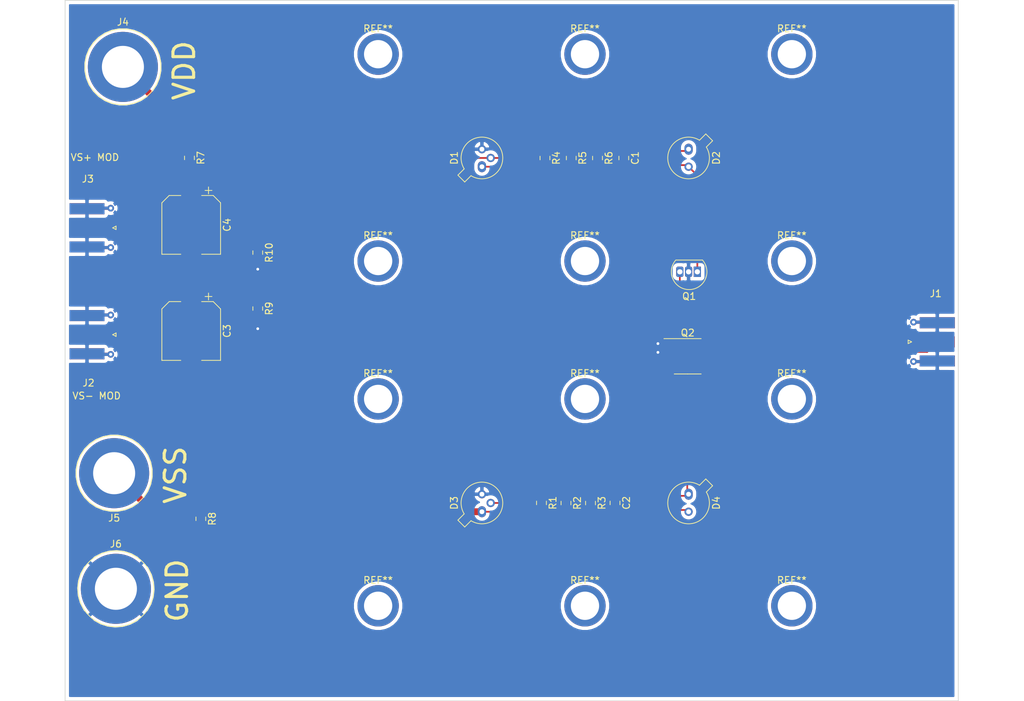
<source format=kicad_pcb>
(kicad_pcb (version 20171130) (host pcbnew "(5.1.6-0-10_14)")

  (general
    (thickness 1.6)
    (drawings 17)
    (tracks 86)
    (zones 0)
    (modules 38)
    (nets 14)
  )

  (page A4)
  (layers
    (0 F.Cu signal)
    (31 B.Cu signal hide)
    (32 B.Adhes user)
    (33 F.Adhes user)
    (34 B.Paste user)
    (35 F.Paste user)
    (36 B.SilkS user)
    (37 F.SilkS user)
    (38 B.Mask user)
    (39 F.Mask user)
    (40 Dwgs.User user)
    (41 Cmts.User user)
    (42 Eco1.User user)
    (43 Eco2.User user)
    (44 Edge.Cuts user)
    (45 Margin user)
    (46 B.CrtYd user)
    (47 F.CrtYd user)
    (48 B.Fab user)
    (49 F.Fab user)
  )

  (setup
    (last_trace_width 0.25)
    (trace_clearance 0.2)
    (zone_clearance 0.508)
    (zone_45_only no)
    (trace_min 0.2)
    (via_size 0.8)
    (via_drill 0.4)
    (via_min_size 0.4)
    (via_min_drill 0.3)
    (uvia_size 0.3)
    (uvia_drill 0.1)
    (uvias_allowed no)
    (uvia_min_size 0.2)
    (uvia_min_drill 0.1)
    (edge_width 0.05)
    (segment_width 0.2)
    (pcb_text_width 0.3)
    (pcb_text_size 1.5 1.5)
    (mod_edge_width 0.12)
    (mod_text_size 1 1)
    (mod_text_width 0.15)
    (pad_size 1.6 1.2)
    (pad_drill 0.7)
    (pad_to_mask_clearance 0.05)
    (aux_axis_origin 0 0)
    (visible_elements FFFFFF7F)
    (pcbplotparams
      (layerselection 0x010fc_ffffffff)
      (usegerberextensions false)
      (usegerberattributes true)
      (usegerberadvancedattributes true)
      (creategerberjobfile true)
      (excludeedgelayer true)
      (linewidth 0.100000)
      (plotframeref false)
      (viasonmask false)
      (mode 1)
      (useauxorigin false)
      (hpglpennumber 1)
      (hpglpenspeed 20)
      (hpglpendiameter 15.000000)
      (psnegative false)
      (psa4output false)
      (plotreference true)
      (plotvalue true)
      (plotinvisibletext false)
      (padsonsilk false)
      (subtractmaskfromsilk false)
      (outputformat 1)
      (mirror false)
      (drillshape 1)
      (scaleselection 1)
      (outputdirectory ""))
  )

  (net 0 "")
  (net 1 "Net-(C1-Pad2)")
  (net 2 "Net-(C1-Pad1)")
  (net 3 "Net-(C2-Pad2)")
  (net 4 "Net-(C2-Pad1)")
  (net 5 "Net-(C3-Pad1)")
  (net 6 "Net-(C4-Pad2)")
  (net 7 GND)
  (net 8 "Net-(J1-Pad1)")
  (net 9 VDD)
  (net 10 VSS)
  (net 11 "Net-(Q1-Pad3)")
  (net 12 "Net-(Q2-Pad5)")
  (net 13 "Net-(Q2-Pad4)")

  (net_class Default "This is the default net class."
    (clearance 0.2)
    (trace_width 0.25)
    (via_dia 0.8)
    (via_drill 0.4)
    (uvia_dia 0.3)
    (uvia_drill 0.1)
    (add_net GND)
    (add_net "Net-(C1-Pad1)")
    (add_net "Net-(C1-Pad2)")
    (add_net "Net-(C2-Pad1)")
    (add_net "Net-(C2-Pad2)")
    (add_net "Net-(C3-Pad1)")
    (add_net "Net-(C4-Pad2)")
    (add_net "Net-(J1-Pad1)")
    (add_net "Net-(Q1-Pad3)")
    (add_net "Net-(Q2-Pad4)")
    (add_net "Net-(Q2-Pad5)")
    (add_net VDD)
    (add_net VSS)
  )

  (module my_library_foot:CON-SMA-EDGE-S (layer F.Cu) (tedit 5EF52FF9) (tstamp 5EF68B21)
    (at 32.835 48.236)
    (descr "Molex SMA RF Connectors, Edge Mount, (http://www.molex.com/pdm_docs/sd/732511150_sd.pdf)")
    (tags "sma edge")
    (path /5EFA531F)
    (attr smd)
    (fp_text reference J3 (at -1.593 -7.088) (layer F.SilkS)
      (effects (font (size 1 1) (thickness 0.15)))
    )
    (fp_text value Conn_Coaxial (at -8.705 -7.11) (layer F.Fab)
      (effects (font (size 1 1) (thickness 0.15)))
    )
    (fp_text user %R (at -1.593 -7.088) (layer F.Fab)
      (effects (font (size 1 1) (thickness 0.15)))
    )
    (fp_line (start -13.79 2.65) (end -5.91 2.65) (layer F.Fab) (width 0.1))
    (fp_line (start -13.79 -2.65) (end -13.79 2.65) (layer F.Fab) (width 0.1))
    (fp_line (start -13.79 -2.65) (end -5.98 -2.65) (layer F.Fab) (width 0.1))
    (fp_line (start 2.71 -6.09) (end -14.29 -6.09) (layer F.CrtYd) (width 0.05))
    (fp_line (start 2.71 -6.09) (end 2.71 6.09) (layer F.CrtYd) (width 0.05))
    (fp_line (start -14.29 6.09) (end 2.71 6.09) (layer B.CrtYd) (width 0.05))
    (fp_line (start -14.29 -6.09) (end -14.29 6.09) (layer B.CrtYd) (width 0.05))
    (fp_line (start -14.29 -6.09) (end 2.71 -6.09) (layer B.CrtYd) (width 0.05))
    (fp_line (start 2.71 -6.09) (end 2.71 6.09) (layer B.CrtYd) (width 0.05))
    (fp_line (start -14.29 6.09) (end 2.71 6.09) (layer F.CrtYd) (width 0.05))
    (fp_line (start -14.29 -6.09) (end -14.29 6.09) (layer F.CrtYd) (width 0.05))
    (fp_line (start 2 0) (end 2.5 -0.25) (layer F.SilkS) (width 0.12))
    (fp_line (start 2.5 -0.25) (end 2.5 0.25) (layer F.SilkS) (width 0.12))
    (fp_line (start 2.5 0.25) (end 2 0) (layer F.SilkS) (width 0.12))
    (fp_line (start 2.5 -0.25) (end 2 0) (layer F.Fab) (width 0.1))
    (fp_line (start 2 0) (end 2.5 0.25) (layer F.Fab) (width 0.1))
    (fp_line (start 2.5 0.25) (end 2.5 -0.25) (layer F.Fab) (width 0.1))
    (fp_line (start -5.9055 -3.18) (end -5.9055 3.18) (layer F.Fab) (width 0.12))
    (fp_line (start -5.9055 -3.2385) (end -4.2555 -3.2385) (layer F.Fab) (width 0.12))
    (fp_line (start -5.9055 3.175) (end -4.2555 3.175) (layer F.Fab) (width 0.12))
    (fp_line (start -4.2545 -3.2385) (end -4.2555 3.175) (layer F.Fab) (width 0.12))
    (fp_line (start -4.2545 -3.2385) (end -0.4445 -3.2385) (layer F.Fab) (width 0.12))
    (fp_line (start -4.2545 -2.4285) (end -0.4445 -2.4285) (layer F.Fab) (width 0.12))
    (fp_line (start -0.4445 -3.2385) (end -0.4445 -2.4285) (layer F.Fab) (width 0.12))
    (fp_line (start -4.191 -0.4445) (end -0.381 -0.4445) (layer F.Fab) (width 0.12))
    (fp_line (start -0.381 -0.4445) (end -0.381 0.3655) (layer F.Fab) (width 0.12))
    (fp_line (start -4.191 0.3655) (end -0.381 0.3655) (layer F.Fab) (width 0.12))
    (fp_line (start -4.191 2.3495) (end -0.381 2.3495) (layer F.Fab) (width 0.12))
    (fp_line (start -0.381 2.3495) (end -0.381 3.1595) (layer F.Fab) (width 0.12))
    (fp_line (start -4.191 3.1595) (end -0.381 3.1595) (layer F.Fab) (width 0.12))
    (pad 2 smd rect (at 1.27 2.856) (size 0.95 0.46) (layers B.Cu)
      (net 7 GND))
    (pad 2 smd rect (at 1.27 -2.856) (size 0.95 0.46) (layers B.Cu)
      (net 7 GND))
    (pad 2 smd rect (at 1.27 2.856) (size 0.95 0.46) (layers F.Cu)
      (net 7 GND))
    (pad 2 smd rect (at 1.27 -2.856) (size 0.95 0.46) (layers F.Cu)
      (net 7 GND))
    (pad 2 thru_hole circle (at 1.72 2.856) (size 0.97 0.97) (drill 0.46) (layers *.Cu)
      (net 7 GND))
    (pad 2 thru_hole circle (at 1.72 -2.856) (size 0.97 0.97) (drill 0.46) (layers *.Cu)
      (net 7 GND))
    (pad 2 smd rect (at -1.72 2.77) (size 5.08 1.6) (layers B.Cu B.Paste B.Mask)
      (net 7 GND))
    (pad 2 smd rect (at -1.72 -2.77) (size 5.08 1.6) (layers B.Cu B.Paste B.Mask)
      (net 7 GND))
    (pad 2 smd rect (at -1.72 2.77) (size 5.08 1.6) (layers F.Cu F.Paste F.Mask)
      (net 7 GND))
    (pad 2 smd rect (at -1.72 -2.77) (size 5.08 1.6) (layers F.Cu F.Paste F.Mask)
      (net 7 GND))
    (pad 1 smd rect (at -1.72 0) (size 5.08 1.6) (layers F.Cu F.Paste F.Mask)
      (net 6 "Net-(C4-Pad2)"))
    (model ${KISYS3DMOD}/Connector_Coaxial.3dshapes/SMA_Molex_73251-1153_EdgeMount_Horizontal.wrl
      (at (xyz 0 0 0))
      (scale (xyz 1 1 1))
      (rotate (xyz 0 0 0))
    )
  )

  (module Resistor_SMD:R_0805_2012Metric_Pad1.15x1.40mm_HandSolder (layer F.Cu) (tedit 5B36C52B) (tstamp 5EF6944F)
    (at 55.88 51.825 270)
    (descr "Resistor SMD 0805 (2012 Metric), square (rectangular) end terminal, IPC_7351 nominal with elongated pad for handsoldering. (Body size source: https://docs.google.com/spreadsheets/d/1BsfQQcO9C6DZCsRaXUlFlo91Tg2WpOkGARC1WS5S8t0/edit?usp=sharing), generated with kicad-footprint-generator")
    (tags "resistor handsolder")
    (path /5F02570F)
    (attr smd)
    (fp_text reference R10 (at 0 -1.65 90) (layer F.SilkS)
      (effects (font (size 1 1) (thickness 0.15)))
    )
    (fp_text value 0 (at 0 1.65 90) (layer F.Fab)
      (effects (font (size 1 1) (thickness 0.15)))
    )
    (fp_text user %R (at 0 0 90) (layer F.Fab)
      (effects (font (size 0.5 0.5) (thickness 0.08)))
    )
    (fp_line (start -1 0.6) (end -1 -0.6) (layer F.Fab) (width 0.1))
    (fp_line (start -1 -0.6) (end 1 -0.6) (layer F.Fab) (width 0.1))
    (fp_line (start 1 -0.6) (end 1 0.6) (layer F.Fab) (width 0.1))
    (fp_line (start 1 0.6) (end -1 0.6) (layer F.Fab) (width 0.1))
    (fp_line (start -0.261252 -0.71) (end 0.261252 -0.71) (layer F.SilkS) (width 0.12))
    (fp_line (start -0.261252 0.71) (end 0.261252 0.71) (layer F.SilkS) (width 0.12))
    (fp_line (start -1.85 0.95) (end -1.85 -0.95) (layer F.CrtYd) (width 0.05))
    (fp_line (start -1.85 -0.95) (end 1.85 -0.95) (layer F.CrtYd) (width 0.05))
    (fp_line (start 1.85 -0.95) (end 1.85 0.95) (layer F.CrtYd) (width 0.05))
    (fp_line (start 1.85 0.95) (end -1.85 0.95) (layer F.CrtYd) (width 0.05))
    (pad 2 smd roundrect (at 1.025 0 270) (size 1.15 1.4) (layers F.Cu F.Paste F.Mask) (roundrect_rratio 0.217391)
      (net 7 GND))
    (pad 1 smd roundrect (at -1.025 0 270) (size 1.15 1.4) (layers F.Cu F.Paste F.Mask) (roundrect_rratio 0.217391)
      (net 6 "Net-(C4-Pad2)"))
    (model ${KISYS3DMOD}/Resistor_SMD.3dshapes/R_0805_2012Metric.wrl
      (at (xyz 0 0 0))
      (scale (xyz 1 1 1))
      (rotate (xyz 0 0 0))
    )
  )

  (module Resistor_SMD:R_0805_2012Metric_Pad1.15x1.40mm_HandSolder (layer F.Cu) (tedit 5B36C52B) (tstamp 5EF6943E)
    (at 55.88 59.935 270)
    (descr "Resistor SMD 0805 (2012 Metric), square (rectangular) end terminal, IPC_7351 nominal with elongated pad for handsoldering. (Body size source: https://docs.google.com/spreadsheets/d/1BsfQQcO9C6DZCsRaXUlFlo91Tg2WpOkGARC1WS5S8t0/edit?usp=sharing), generated with kicad-footprint-generator")
    (tags "resistor handsolder")
    (path /5F026C4B)
    (attr smd)
    (fp_text reference R9 (at 0 -1.65 90) (layer F.SilkS)
      (effects (font (size 1 1) (thickness 0.15)))
    )
    (fp_text value 0 (at 0 1.65 90) (layer F.Fab)
      (effects (font (size 1 1) (thickness 0.15)))
    )
    (fp_text user %R (at 0 0 90) (layer F.Fab)
      (effects (font (size 0.5 0.5) (thickness 0.08)))
    )
    (fp_line (start -1 0.6) (end -1 -0.6) (layer F.Fab) (width 0.1))
    (fp_line (start -1 -0.6) (end 1 -0.6) (layer F.Fab) (width 0.1))
    (fp_line (start 1 -0.6) (end 1 0.6) (layer F.Fab) (width 0.1))
    (fp_line (start 1 0.6) (end -1 0.6) (layer F.Fab) (width 0.1))
    (fp_line (start -0.261252 -0.71) (end 0.261252 -0.71) (layer F.SilkS) (width 0.12))
    (fp_line (start -0.261252 0.71) (end 0.261252 0.71) (layer F.SilkS) (width 0.12))
    (fp_line (start -1.85 0.95) (end -1.85 -0.95) (layer F.CrtYd) (width 0.05))
    (fp_line (start -1.85 -0.95) (end 1.85 -0.95) (layer F.CrtYd) (width 0.05))
    (fp_line (start 1.85 -0.95) (end 1.85 0.95) (layer F.CrtYd) (width 0.05))
    (fp_line (start 1.85 0.95) (end -1.85 0.95) (layer F.CrtYd) (width 0.05))
    (pad 2 smd roundrect (at 1.025 0 270) (size 1.15 1.4) (layers F.Cu F.Paste F.Mask) (roundrect_rratio 0.217391)
      (net 7 GND))
    (pad 1 smd roundrect (at -1.025 0 270) (size 1.15 1.4) (layers F.Cu F.Paste F.Mask) (roundrect_rratio 0.217391)
      (net 5 "Net-(C3-Pad1)"))
    (model ${KISYS3DMOD}/Resistor_SMD.3dshapes/R_0805_2012Metric.wrl
      (at (xyz 0 0 0))
      (scale (xyz 1 1 1))
      (rotate (xyz 0 0 0))
    )
  )

  (module my_library_foot:Thorlabs_4mm_Hole (layer F.Cu) (tedit 5EF62CD9) (tstamp 5EF674E7)
    (at 133.34 103.048)
    (descr "Mounting Hole 2.7mm")
    (tags "mounting hole 2.7mm")
    (attr virtual)
    (fp_text reference REF** (at 0 -3.7) (layer F.SilkS)
      (effects (font (size 1 1) (thickness 0.15)))
    )
    (fp_text value Thorlabs_4mm_Hole (at 0 3.7) (layer F.Fab)
      (effects (font (size 1 1) (thickness 0.15)))
    )
    (fp_text user %R (at 0.3 0) (layer F.Fab)
      (effects (font (size 1 1) (thickness 0.15)))
    )
    (fp_circle (center 0 0) (end 2.95 0) (layer F.CrtYd) (width 0.05))
    (fp_circle (center 0 0) (end 2.7 0) (layer Cmts.User) (width 0.15))
    (pad 1 thru_hole circle (at 0 0) (size 6 6) (drill 4.1) (layers *.Cu *.Mask))
  )

  (module my_library_foot:Thorlabs_4mm_Hole (layer F.Cu) (tedit 5EF62CD9) (tstamp 5EF674C3)
    (at 103.34 103.048)
    (descr "Mounting Hole 2.7mm")
    (tags "mounting hole 2.7mm")
    (attr virtual)
    (fp_text reference REF** (at 0 -3.7) (layer F.SilkS)
      (effects (font (size 1 1) (thickness 0.15)))
    )
    (fp_text value Thorlabs_4mm_Hole (at 0 3.7) (layer F.Fab)
      (effects (font (size 1 1) (thickness 0.15)))
    )
    (fp_text user %R (at 0.3 0) (layer F.Fab)
      (effects (font (size 1 1) (thickness 0.15)))
    )
    (fp_circle (center 0 0) (end 2.95 0) (layer F.CrtYd) (width 0.05))
    (fp_circle (center 0 0) (end 2.7 0) (layer Cmts.User) (width 0.15))
    (pad 1 thru_hole circle (at 0 0) (size 6 6) (drill 4.1) (layers *.Cu *.Mask))
  )

  (module my_library_foot:Thorlabs_4mm_Hole (layer F.Cu) (tedit 5EF62CD9) (tstamp 5EF6749F)
    (at 133.34 73.048)
    (descr "Mounting Hole 2.7mm")
    (tags "mounting hole 2.7mm")
    (attr virtual)
    (fp_text reference REF** (at 0 -3.7) (layer F.SilkS)
      (effects (font (size 1 1) (thickness 0.15)))
    )
    (fp_text value Thorlabs_4mm_Hole (at 0 3.7) (layer F.Fab)
      (effects (font (size 1 1) (thickness 0.15)))
    )
    (fp_text user %R (at 0.3 0) (layer F.Fab)
      (effects (font (size 1 1) (thickness 0.15)))
    )
    (fp_circle (center 0 0) (end 2.95 0) (layer F.CrtYd) (width 0.05))
    (fp_circle (center 0 0) (end 2.7 0) (layer Cmts.User) (width 0.15))
    (pad 1 thru_hole circle (at 0 0) (size 6 6) (drill 4.1) (layers *.Cu *.Mask))
  )

  (module my_library_foot:Thorlabs_4mm_Hole (layer F.Cu) (tedit 5EF62CD9) (tstamp 5EF6747B)
    (at 103.34 73.048)
    (descr "Mounting Hole 2.7mm")
    (tags "mounting hole 2.7mm")
    (attr virtual)
    (fp_text reference REF** (at 0 -3.7) (layer F.SilkS)
      (effects (font (size 1 1) (thickness 0.15)))
    )
    (fp_text value Thorlabs_4mm_Hole (at 0 3.7) (layer F.Fab)
      (effects (font (size 1 1) (thickness 0.15)))
    )
    (fp_text user %R (at 0.3 0) (layer F.Fab)
      (effects (font (size 1 1) (thickness 0.15)))
    )
    (fp_circle (center 0 0) (end 2.95 0) (layer F.CrtYd) (width 0.05))
    (fp_circle (center 0 0) (end 2.7 0) (layer Cmts.User) (width 0.15))
    (pad 1 thru_hole circle (at 0 0) (size 6 6) (drill 4.1) (layers *.Cu *.Mask))
  )

  (module my_library_foot:Thorlabs_4mm_Hole (layer F.Cu) (tedit 5EF62CD9) (tstamp 5EF67457)
    (at 73.34 103.048)
    (descr "Mounting Hole 2.7mm")
    (tags "mounting hole 2.7mm")
    (attr virtual)
    (fp_text reference REF** (at 0 -3.7) (layer F.SilkS)
      (effects (font (size 1 1) (thickness 0.15)))
    )
    (fp_text value Thorlabs_4mm_Hole (at 0 3.7) (layer F.Fab)
      (effects (font (size 1 1) (thickness 0.15)))
    )
    (fp_text user %R (at 0.3 0) (layer F.Fab)
      (effects (font (size 1 1) (thickness 0.15)))
    )
    (fp_circle (center 0 0) (end 2.95 0) (layer F.CrtYd) (width 0.05))
    (fp_circle (center 0 0) (end 2.7 0) (layer Cmts.User) (width 0.15))
    (pad 1 thru_hole circle (at 0 0) (size 6 6) (drill 4.1) (layers *.Cu *.Mask))
  )

  (module my_library_foot:Thorlabs_4mm_Hole (layer F.Cu) (tedit 5EF62CD9) (tstamp 5EF67433)
    (at 73.34 73.048)
    (descr "Mounting Hole 2.7mm")
    (tags "mounting hole 2.7mm")
    (attr virtual)
    (fp_text reference REF** (at 0 -3.7) (layer F.SilkS)
      (effects (font (size 1 1) (thickness 0.15)))
    )
    (fp_text value Thorlabs_4mm_Hole (at 0 3.7) (layer F.Fab)
      (effects (font (size 1 1) (thickness 0.15)))
    )
    (fp_text user %R (at 0.3 0) (layer F.Fab)
      (effects (font (size 1 1) (thickness 0.15)))
    )
    (fp_circle (center 0 0) (end 2.95 0) (layer F.CrtYd) (width 0.05))
    (fp_circle (center 0 0) (end 2.7 0) (layer Cmts.User) (width 0.15))
    (pad 1 thru_hole circle (at 0 0) (size 6 6) (drill 4.1) (layers *.Cu *.Mask))
  )

  (module my_library_foot:Thorlabs_4mm_Hole (layer F.Cu) (tedit 5EF62CD9) (tstamp 5EF6740F)
    (at 133.34 53.048)
    (descr "Mounting Hole 2.7mm")
    (tags "mounting hole 2.7mm")
    (attr virtual)
    (fp_text reference REF** (at 0 -3.7) (layer F.SilkS)
      (effects (font (size 1 1) (thickness 0.15)))
    )
    (fp_text value Thorlabs_4mm_Hole (at 0 3.7) (layer F.Fab)
      (effects (font (size 1 1) (thickness 0.15)))
    )
    (fp_text user %R (at 0.3 0) (layer F.Fab)
      (effects (font (size 1 1) (thickness 0.15)))
    )
    (fp_circle (center 0 0) (end 2.95 0) (layer F.CrtYd) (width 0.05))
    (fp_circle (center 0 0) (end 2.7 0) (layer Cmts.User) (width 0.15))
    (pad 1 thru_hole circle (at 0 0) (size 6 6) (drill 4.1) (layers *.Cu *.Mask))
  )

  (module my_library_foot:Thorlabs_4mm_Hole (layer F.Cu) (tedit 5EF62CD9) (tstamp 5EF673EB)
    (at 103.34 53.048)
    (descr "Mounting Hole 2.7mm")
    (tags "mounting hole 2.7mm")
    (attr virtual)
    (fp_text reference REF** (at 0 -3.7) (layer F.SilkS)
      (effects (font (size 1 1) (thickness 0.15)))
    )
    (fp_text value Thorlabs_4mm_Hole (at 0 3.7) (layer F.Fab)
      (effects (font (size 1 1) (thickness 0.15)))
    )
    (fp_text user %R (at 0.3 0) (layer F.Fab)
      (effects (font (size 1 1) (thickness 0.15)))
    )
    (fp_circle (center 0 0) (end 2.95 0) (layer F.CrtYd) (width 0.05))
    (fp_circle (center 0 0) (end 2.7 0) (layer Cmts.User) (width 0.15))
    (pad 1 thru_hole circle (at 0 0) (size 6 6) (drill 4.1) (layers *.Cu *.Mask))
  )

  (module my_library_foot:Thorlabs_4mm_Hole (layer F.Cu) (tedit 5EF62CD9) (tstamp 5EF673C7)
    (at 73.34 53.048)
    (descr "Mounting Hole 2.7mm")
    (tags "mounting hole 2.7mm")
    (attr virtual)
    (fp_text reference REF** (at 0 -3.7) (layer F.SilkS)
      (effects (font (size 1 1) (thickness 0.15)))
    )
    (fp_text value Thorlabs_4mm_Hole (at 0 3.7) (layer F.Fab)
      (effects (font (size 1 1) (thickness 0.15)))
    )
    (fp_text user %R (at 0.3 0) (layer F.Fab)
      (effects (font (size 1 1) (thickness 0.15)))
    )
    (fp_circle (center 0 0) (end 2.95 0) (layer F.CrtYd) (width 0.05))
    (fp_circle (center 0 0) (end 2.7 0) (layer Cmts.User) (width 0.15))
    (pad 1 thru_hole circle (at 0 0) (size 6 6) (drill 4.1) (layers *.Cu *.Mask))
  )

  (module my_library_foot:Thorlabs_4mm_Hole (layer F.Cu) (tedit 5EF62CD9) (tstamp 5EF673A3)
    (at 133.34 23.048)
    (descr "Mounting Hole 2.7mm")
    (tags "mounting hole 2.7mm")
    (attr virtual)
    (fp_text reference REF** (at 0 -3.7) (layer F.SilkS)
      (effects (font (size 1 1) (thickness 0.15)))
    )
    (fp_text value Thorlabs_4mm_Hole (at 0 3.7) (layer F.Fab)
      (effects (font (size 1 1) (thickness 0.15)))
    )
    (fp_text user %R (at 0.3 0) (layer F.Fab)
      (effects (font (size 1 1) (thickness 0.15)))
    )
    (fp_circle (center 0 0) (end 2.95 0) (layer F.CrtYd) (width 0.05))
    (fp_circle (center 0 0) (end 2.7 0) (layer Cmts.User) (width 0.15))
    (pad 1 thru_hole circle (at 0 0) (size 6 6) (drill 4.1) (layers *.Cu *.Mask))
  )

  (module my_library_foot:Thorlabs_4mm_Hole (layer F.Cu) (tedit 5EF62CD9) (tstamp 5EF67324)
    (at 103.34 23.048)
    (descr "Mounting Hole 2.7mm")
    (tags "mounting hole 2.7mm")
    (attr virtual)
    (fp_text reference REF** (at 0 -3.7) (layer F.SilkS)
      (effects (font (size 1 1) (thickness 0.15)))
    )
    (fp_text value Thorlabs_4mm_Hole (at 0 3.7) (layer F.Fab)
      (effects (font (size 1 1) (thickness 0.15)))
    )
    (fp_text user %R (at 0.3 0) (layer F.Fab)
      (effects (font (size 1 1) (thickness 0.15)))
    )
    (fp_circle (center 0 0) (end 2.95 0) (layer F.CrtYd) (width 0.05))
    (fp_circle (center 0 0) (end 2.7 0) (layer Cmts.User) (width 0.15))
    (pad 1 thru_hole circle (at 0 0) (size 6 6) (drill 4.1) (layers *.Cu *.Mask))
  )

  (module my_library_foot:Thorlabs_4mm_Hole (layer F.Cu) (tedit 5EF62CD9) (tstamp 5EF672E4)
    (at 73.34 23.048)
    (descr "Mounting Hole 2.7mm")
    (tags "mounting hole 2.7mm")
    (attr virtual)
    (fp_text reference REF** (at 0 -3.7) (layer F.SilkS)
      (effects (font (size 1 1) (thickness 0.15)))
    )
    (fp_text value Thorlabs_4mm_Hole (at 0 3.7) (layer F.Fab)
      (effects (font (size 1 1) (thickness 0.15)))
    )
    (fp_text user %R (at 0.3 0) (layer F.Fab)
      (effects (font (size 1 1) (thickness 0.15)))
    )
    (fp_circle (center 0 0) (end 2.95 0) (layer F.CrtYd) (width 0.05))
    (fp_circle (center 0 0) (end 2.7 0) (layer Cmts.User) (width 0.15))
    (pad 1 thru_hole circle (at 0 0) (size 6 6) (drill 4.1) (layers *.Cu *.Mask))
  )

  (module Resistor_SMD:R_0805_2012Metric_Pad1.15x1.40mm_HandSolder (layer F.Cu) (tedit 5B36C52B) (tstamp 5EF6794C)
    (at 47.625 90.433 270)
    (descr "Resistor SMD 0805 (2012 Metric), square (rectangular) end terminal, IPC_7351 nominal with elongated pad for handsoldering. (Body size source: https://docs.google.com/spreadsheets/d/1BsfQQcO9C6DZCsRaXUlFlo91Tg2WpOkGARC1WS5S8t0/edit?usp=sharing), generated with kicad-footprint-generator")
    (tags "resistor handsolder")
    (path /5EF594B5)
    (attr smd)
    (fp_text reference R8 (at 0 -1.65 90) (layer F.SilkS)
      (effects (font (size 1 1) (thickness 0.15)))
    )
    (fp_text value 1k (at 0 1.65 90) (layer F.Fab)
      (effects (font (size 1 1) (thickness 0.15)))
    )
    (fp_text user %R (at 0 0 90) (layer F.Fab)
      (effects (font (size 0.5 0.5) (thickness 0.08)))
    )
    (fp_line (start -1 0.6) (end -1 -0.6) (layer F.Fab) (width 0.1))
    (fp_line (start -1 -0.6) (end 1 -0.6) (layer F.Fab) (width 0.1))
    (fp_line (start 1 -0.6) (end 1 0.6) (layer F.Fab) (width 0.1))
    (fp_line (start 1 0.6) (end -1 0.6) (layer F.Fab) (width 0.1))
    (fp_line (start -0.261252 -0.71) (end 0.261252 -0.71) (layer F.SilkS) (width 0.12))
    (fp_line (start -0.261252 0.71) (end 0.261252 0.71) (layer F.SilkS) (width 0.12))
    (fp_line (start -1.85 0.95) (end -1.85 -0.95) (layer F.CrtYd) (width 0.05))
    (fp_line (start -1.85 -0.95) (end 1.85 -0.95) (layer F.CrtYd) (width 0.05))
    (fp_line (start 1.85 -0.95) (end 1.85 0.95) (layer F.CrtYd) (width 0.05))
    (fp_line (start 1.85 0.95) (end -1.85 0.95) (layer F.CrtYd) (width 0.05))
    (pad 2 smd roundrect (at 1.025 0 270) (size 1.15 1.4) (layers F.Cu F.Paste F.Mask) (roundrect_rratio 0.217391)
      (net 10 VSS))
    (pad 1 smd roundrect (at -1.025 0 270) (size 1.15 1.4) (layers F.Cu F.Paste F.Mask) (roundrect_rratio 0.217391)
      (net 3 "Net-(C2-Pad2)"))
    (model ${KISYS3DMOD}/Resistor_SMD.3dshapes/R_0805_2012Metric.wrl
      (at (xyz 0 0 0))
      (scale (xyz 1 1 1))
      (rotate (xyz 0 0 0))
    )
  )

  (module Resistor_SMD:R_0805_2012Metric_Pad1.15x1.40mm_HandSolder (layer F.Cu) (tedit 5B36C52B) (tstamp 5EF63FCC)
    (at 45.974 38.091 270)
    (descr "Resistor SMD 0805 (2012 Metric), square (rectangular) end terminal, IPC_7351 nominal with elongated pad for handsoldering. (Body size source: https://docs.google.com/spreadsheets/d/1BsfQQcO9C6DZCsRaXUlFlo91Tg2WpOkGARC1WS5S8t0/edit?usp=sharing), generated with kicad-footprint-generator")
    (tags "resistor handsolder")
    (path /5EF58B82)
    (attr smd)
    (fp_text reference R7 (at 0 -1.65 90) (layer F.SilkS)
      (effects (font (size 1 1) (thickness 0.15)))
    )
    (fp_text value 1k (at 0 1.65 90) (layer F.Fab)
      (effects (font (size 1 1) (thickness 0.15)))
    )
    (fp_text user %R (at 0 0 90) (layer F.Fab)
      (effects (font (size 0.5 0.5) (thickness 0.08)))
    )
    (fp_line (start -1 0.6) (end -1 -0.6) (layer F.Fab) (width 0.1))
    (fp_line (start -1 -0.6) (end 1 -0.6) (layer F.Fab) (width 0.1))
    (fp_line (start 1 -0.6) (end 1 0.6) (layer F.Fab) (width 0.1))
    (fp_line (start 1 0.6) (end -1 0.6) (layer F.Fab) (width 0.1))
    (fp_line (start -0.261252 -0.71) (end 0.261252 -0.71) (layer F.SilkS) (width 0.12))
    (fp_line (start -0.261252 0.71) (end 0.261252 0.71) (layer F.SilkS) (width 0.12))
    (fp_line (start -1.85 0.95) (end -1.85 -0.95) (layer F.CrtYd) (width 0.05))
    (fp_line (start -1.85 -0.95) (end 1.85 -0.95) (layer F.CrtYd) (width 0.05))
    (fp_line (start 1.85 -0.95) (end 1.85 0.95) (layer F.CrtYd) (width 0.05))
    (fp_line (start 1.85 0.95) (end -1.85 0.95) (layer F.CrtYd) (width 0.05))
    (pad 2 smd roundrect (at 1.025 0 270) (size 1.15 1.4) (layers F.Cu F.Paste F.Mask) (roundrect_rratio 0.217391)
      (net 2 "Net-(C1-Pad1)"))
    (pad 1 smd roundrect (at -1.025 0 270) (size 1.15 1.4) (layers F.Cu F.Paste F.Mask) (roundrect_rratio 0.217391)
      (net 9 VDD))
    (model ${KISYS3DMOD}/Resistor_SMD.3dshapes/R_0805_2012Metric.wrl
      (at (xyz 0 0 0))
      (scale (xyz 1 1 1))
      (rotate (xyz 0 0 0))
    )
  )

  (module Resistor_SMD:R_0805_2012Metric_Pad1.15x1.40mm_HandSolder (layer F.Cu) (tedit 5B36C52B) (tstamp 5EF63FBB)
    (at 105.156 38.109 270)
    (descr "Resistor SMD 0805 (2012 Metric), square (rectangular) end terminal, IPC_7351 nominal with elongated pad for handsoldering. (Body size source: https://docs.google.com/spreadsheets/d/1BsfQQcO9C6DZCsRaXUlFlo91Tg2WpOkGARC1WS5S8t0/edit?usp=sharing), generated with kicad-footprint-generator")
    (tags "resistor handsolder")
    (path /5EF5744E)
    (attr smd)
    (fp_text reference R6 (at 0 -1.65 90) (layer F.SilkS)
      (effects (font (size 1 1) (thickness 0.15)))
    )
    (fp_text value 150k (at 0 1.65 90) (layer F.Fab)
      (effects (font (size 1 1) (thickness 0.15)))
    )
    (fp_text user %R (at 0 0 90) (layer F.Fab)
      (effects (font (size 0.5 0.5) (thickness 0.08)))
    )
    (fp_line (start -1 0.6) (end -1 -0.6) (layer F.Fab) (width 0.1))
    (fp_line (start -1 -0.6) (end 1 -0.6) (layer F.Fab) (width 0.1))
    (fp_line (start 1 -0.6) (end 1 0.6) (layer F.Fab) (width 0.1))
    (fp_line (start 1 0.6) (end -1 0.6) (layer F.Fab) (width 0.1))
    (fp_line (start -0.261252 -0.71) (end 0.261252 -0.71) (layer F.SilkS) (width 0.12))
    (fp_line (start -0.261252 0.71) (end 0.261252 0.71) (layer F.SilkS) (width 0.12))
    (fp_line (start -1.85 0.95) (end -1.85 -0.95) (layer F.CrtYd) (width 0.05))
    (fp_line (start -1.85 -0.95) (end 1.85 -0.95) (layer F.CrtYd) (width 0.05))
    (fp_line (start 1.85 -0.95) (end 1.85 0.95) (layer F.CrtYd) (width 0.05))
    (fp_line (start 1.85 0.95) (end -1.85 0.95) (layer F.CrtYd) (width 0.05))
    (pad 2 smd roundrect (at 1.025 0 270) (size 1.15 1.4) (layers F.Cu F.Paste F.Mask) (roundrect_rratio 0.217391)
      (net 1 "Net-(C1-Pad2)"))
    (pad 1 smd roundrect (at -1.025 0 270) (size 1.15 1.4) (layers F.Cu F.Paste F.Mask) (roundrect_rratio 0.217391)
      (net 2 "Net-(C1-Pad1)"))
    (model ${KISYS3DMOD}/Resistor_SMD.3dshapes/R_0805_2012Metric.wrl
      (at (xyz 0 0 0))
      (scale (xyz 1 1 1))
      (rotate (xyz 0 0 0))
    )
  )

  (module Resistor_SMD:R_0805_2012Metric_Pad1.15x1.40mm_HandSolder (layer F.Cu) (tedit 5B36C52B) (tstamp 5EF63FAA)
    (at 101.346 38.109 270)
    (descr "Resistor SMD 0805 (2012 Metric), square (rectangular) end terminal, IPC_7351 nominal with elongated pad for handsoldering. (Body size source: https://docs.google.com/spreadsheets/d/1BsfQQcO9C6DZCsRaXUlFlo91Tg2WpOkGARC1WS5S8t0/edit?usp=sharing), generated with kicad-footprint-generator")
    (tags "resistor handsolder")
    (path /5EF56B55)
    (attr smd)
    (fp_text reference R5 (at 0 -1.65 90) (layer F.SilkS)
      (effects (font (size 1 1) (thickness 0.15)))
    )
    (fp_text value 1.5M (at 0 1.65 90) (layer F.Fab)
      (effects (font (size 1 1) (thickness 0.15)))
    )
    (fp_text user %R (at 0 0 90) (layer F.Fab)
      (effects (font (size 0.5 0.5) (thickness 0.08)))
    )
    (fp_line (start -1 0.6) (end -1 -0.6) (layer F.Fab) (width 0.1))
    (fp_line (start -1 -0.6) (end 1 -0.6) (layer F.Fab) (width 0.1))
    (fp_line (start 1 -0.6) (end 1 0.6) (layer F.Fab) (width 0.1))
    (fp_line (start 1 0.6) (end -1 0.6) (layer F.Fab) (width 0.1))
    (fp_line (start -0.261252 -0.71) (end 0.261252 -0.71) (layer F.SilkS) (width 0.12))
    (fp_line (start -0.261252 0.71) (end 0.261252 0.71) (layer F.SilkS) (width 0.12))
    (fp_line (start -1.85 0.95) (end -1.85 -0.95) (layer F.CrtYd) (width 0.05))
    (fp_line (start -1.85 -0.95) (end 1.85 -0.95) (layer F.CrtYd) (width 0.05))
    (fp_line (start 1.85 -0.95) (end 1.85 0.95) (layer F.CrtYd) (width 0.05))
    (fp_line (start 1.85 0.95) (end -1.85 0.95) (layer F.CrtYd) (width 0.05))
    (pad 2 smd roundrect (at 1.025 0 270) (size 1.15 1.4) (layers F.Cu F.Paste F.Mask) (roundrect_rratio 0.217391)
      (net 1 "Net-(C1-Pad2)"))
    (pad 1 smd roundrect (at -1.025 0 270) (size 1.15 1.4) (layers F.Cu F.Paste F.Mask) (roundrect_rratio 0.217391)
      (net 2 "Net-(C1-Pad1)"))
    (model ${KISYS3DMOD}/Resistor_SMD.3dshapes/R_0805_2012Metric.wrl
      (at (xyz 0 0 0))
      (scale (xyz 1 1 1))
      (rotate (xyz 0 0 0))
    )
  )

  (module Resistor_SMD:R_0805_2012Metric_Pad1.15x1.40mm_HandSolder (layer F.Cu) (tedit 5B36C52B) (tstamp 5EF65200)
    (at 97.536 38.109 270)
    (descr "Resistor SMD 0805 (2012 Metric), square (rectangular) end terminal, IPC_7351 nominal with elongated pad for handsoldering. (Body size source: https://docs.google.com/spreadsheets/d/1BsfQQcO9C6DZCsRaXUlFlo91Tg2WpOkGARC1WS5S8t0/edit?usp=sharing), generated with kicad-footprint-generator")
    (tags "resistor handsolder")
    (path /5EF5195D)
    (attr smd)
    (fp_text reference R4 (at 0 -1.65 90) (layer F.SilkS)
      (effects (font (size 1 1) (thickness 0.15)))
    )
    (fp_text value 15M (at 0 1.65 90) (layer F.Fab)
      (effects (font (size 1 1) (thickness 0.15)))
    )
    (fp_text user %R (at 0 0 90) (layer F.Fab)
      (effects (font (size 0.5 0.5) (thickness 0.08)))
    )
    (fp_line (start -1 0.6) (end -1 -0.6) (layer F.Fab) (width 0.1))
    (fp_line (start -1 -0.6) (end 1 -0.6) (layer F.Fab) (width 0.1))
    (fp_line (start 1 -0.6) (end 1 0.6) (layer F.Fab) (width 0.1))
    (fp_line (start 1 0.6) (end -1 0.6) (layer F.Fab) (width 0.1))
    (fp_line (start -0.261252 -0.71) (end 0.261252 -0.71) (layer F.SilkS) (width 0.12))
    (fp_line (start -0.261252 0.71) (end 0.261252 0.71) (layer F.SilkS) (width 0.12))
    (fp_line (start -1.85 0.95) (end -1.85 -0.95) (layer F.CrtYd) (width 0.05))
    (fp_line (start -1.85 -0.95) (end 1.85 -0.95) (layer F.CrtYd) (width 0.05))
    (fp_line (start 1.85 -0.95) (end 1.85 0.95) (layer F.CrtYd) (width 0.05))
    (fp_line (start 1.85 0.95) (end -1.85 0.95) (layer F.CrtYd) (width 0.05))
    (pad 2 smd roundrect (at 1.025 0 270) (size 1.15 1.4) (layers F.Cu F.Paste F.Mask) (roundrect_rratio 0.217391)
      (net 1 "Net-(C1-Pad2)"))
    (pad 1 smd roundrect (at -1.025 0 270) (size 1.15 1.4) (layers F.Cu F.Paste F.Mask) (roundrect_rratio 0.217391)
      (net 2 "Net-(C1-Pad1)"))
    (model ${KISYS3DMOD}/Resistor_SMD.3dshapes/R_0805_2012Metric.wrl
      (at (xyz 0 0 0))
      (scale (xyz 1 1 1))
      (rotate (xyz 0 0 0))
    )
  )

  (module Resistor_SMD:R_0805_2012Metric_Pad1.15x1.40mm_HandSolder (layer F.Cu) (tedit 5B36C52B) (tstamp 5EF63F88)
    (at 104.14 88.147 270)
    (descr "Resistor SMD 0805 (2012 Metric), square (rectangular) end terminal, IPC_7351 nominal with elongated pad for handsoldering. (Body size source: https://docs.google.com/spreadsheets/d/1BsfQQcO9C6DZCsRaXUlFlo91Tg2WpOkGARC1WS5S8t0/edit?usp=sharing), generated with kicad-footprint-generator")
    (tags "resistor handsolder")
    (path /5EF57E8C)
    (attr smd)
    (fp_text reference R3 (at 0 -1.65 90) (layer F.SilkS)
      (effects (font (size 1 1) (thickness 0.15)))
    )
    (fp_text value 100k (at 0 1.65 90) (layer F.Fab)
      (effects (font (size 1 1) (thickness 0.15)))
    )
    (fp_text user %R (at 0 0 90) (layer F.Fab)
      (effects (font (size 0.5 0.5) (thickness 0.08)))
    )
    (fp_line (start -1 0.6) (end -1 -0.6) (layer F.Fab) (width 0.1))
    (fp_line (start -1 -0.6) (end 1 -0.6) (layer F.Fab) (width 0.1))
    (fp_line (start 1 -0.6) (end 1 0.6) (layer F.Fab) (width 0.1))
    (fp_line (start 1 0.6) (end -1 0.6) (layer F.Fab) (width 0.1))
    (fp_line (start -0.261252 -0.71) (end 0.261252 -0.71) (layer F.SilkS) (width 0.12))
    (fp_line (start -0.261252 0.71) (end 0.261252 0.71) (layer F.SilkS) (width 0.12))
    (fp_line (start -1.85 0.95) (end -1.85 -0.95) (layer F.CrtYd) (width 0.05))
    (fp_line (start -1.85 -0.95) (end 1.85 -0.95) (layer F.CrtYd) (width 0.05))
    (fp_line (start 1.85 -0.95) (end 1.85 0.95) (layer F.CrtYd) (width 0.05))
    (fp_line (start 1.85 0.95) (end -1.85 0.95) (layer F.CrtYd) (width 0.05))
    (pad 2 smd roundrect (at 1.025 0 270) (size 1.15 1.4) (layers F.Cu F.Paste F.Mask) (roundrect_rratio 0.217391)
      (net 3 "Net-(C2-Pad2)"))
    (pad 1 smd roundrect (at -1.025 0 270) (size 1.15 1.4) (layers F.Cu F.Paste F.Mask) (roundrect_rratio 0.217391)
      (net 4 "Net-(C2-Pad1)"))
    (model ${KISYS3DMOD}/Resistor_SMD.3dshapes/R_0805_2012Metric.wrl
      (at (xyz 0 0 0))
      (scale (xyz 1 1 1))
      (rotate (xyz 0 0 0))
    )
  )

  (module Resistor_SMD:R_0805_2012Metric_Pad1.15x1.40mm_HandSolder (layer F.Cu) (tedit 5B36C52B) (tstamp 5EF63F77)
    (at 100.584 88.147 270)
    (descr "Resistor SMD 0805 (2012 Metric), square (rectangular) end terminal, IPC_7351 nominal with elongated pad for handsoldering. (Body size source: https://docs.google.com/spreadsheets/d/1BsfQQcO9C6DZCsRaXUlFlo91Tg2WpOkGARC1WS5S8t0/edit?usp=sharing), generated with kicad-footprint-generator")
    (tags "resistor handsolder")
    (path /5EF578F9)
    (attr smd)
    (fp_text reference R2 (at 0 -1.65 90) (layer F.SilkS)
      (effects (font (size 1 1) (thickness 0.15)))
    )
    (fp_text value 1M (at 0 1.65 90) (layer F.Fab)
      (effects (font (size 1 1) (thickness 0.15)))
    )
    (fp_text user %R (at 0 0 90) (layer F.Fab)
      (effects (font (size 0.5 0.5) (thickness 0.08)))
    )
    (fp_line (start -1 0.6) (end -1 -0.6) (layer F.Fab) (width 0.1))
    (fp_line (start -1 -0.6) (end 1 -0.6) (layer F.Fab) (width 0.1))
    (fp_line (start 1 -0.6) (end 1 0.6) (layer F.Fab) (width 0.1))
    (fp_line (start 1 0.6) (end -1 0.6) (layer F.Fab) (width 0.1))
    (fp_line (start -0.261252 -0.71) (end 0.261252 -0.71) (layer F.SilkS) (width 0.12))
    (fp_line (start -0.261252 0.71) (end 0.261252 0.71) (layer F.SilkS) (width 0.12))
    (fp_line (start -1.85 0.95) (end -1.85 -0.95) (layer F.CrtYd) (width 0.05))
    (fp_line (start -1.85 -0.95) (end 1.85 -0.95) (layer F.CrtYd) (width 0.05))
    (fp_line (start 1.85 -0.95) (end 1.85 0.95) (layer F.CrtYd) (width 0.05))
    (fp_line (start 1.85 0.95) (end -1.85 0.95) (layer F.CrtYd) (width 0.05))
    (pad 2 smd roundrect (at 1.025 0 270) (size 1.15 1.4) (layers F.Cu F.Paste F.Mask) (roundrect_rratio 0.217391)
      (net 3 "Net-(C2-Pad2)"))
    (pad 1 smd roundrect (at -1.025 0 270) (size 1.15 1.4) (layers F.Cu F.Paste F.Mask) (roundrect_rratio 0.217391)
      (net 4 "Net-(C2-Pad1)"))
    (model ${KISYS3DMOD}/Resistor_SMD.3dshapes/R_0805_2012Metric.wrl
      (at (xyz 0 0 0))
      (scale (xyz 1 1 1))
      (rotate (xyz 0 0 0))
    )
  )

  (module Resistor_SMD:R_0805_2012Metric_Pad1.15x1.40mm_HandSolder (layer F.Cu) (tedit 5B36C52B) (tstamp 5EF63F66)
    (at 97.028 88.129 270)
    (descr "Resistor SMD 0805 (2012 Metric), square (rectangular) end terminal, IPC_7351 nominal with elongated pad for handsoldering. (Body size source: https://docs.google.com/spreadsheets/d/1BsfQQcO9C6DZCsRaXUlFlo91Tg2WpOkGARC1WS5S8t0/edit?usp=sharing), generated with kicad-footprint-generator")
    (tags "resistor handsolder")
    (path /5EF5618B)
    (attr smd)
    (fp_text reference R1 (at 0 -1.65 90) (layer F.SilkS)
      (effects (font (size 1 1) (thickness 0.15)))
    )
    (fp_text value 10M (at 0 1.65 90) (layer F.Fab)
      (effects (font (size 1 1) (thickness 0.15)))
    )
    (fp_text user %R (at 0 0 90) (layer F.Fab)
      (effects (font (size 0.5 0.5) (thickness 0.08)))
    )
    (fp_line (start -1 0.6) (end -1 -0.6) (layer F.Fab) (width 0.1))
    (fp_line (start -1 -0.6) (end 1 -0.6) (layer F.Fab) (width 0.1))
    (fp_line (start 1 -0.6) (end 1 0.6) (layer F.Fab) (width 0.1))
    (fp_line (start 1 0.6) (end -1 0.6) (layer F.Fab) (width 0.1))
    (fp_line (start -0.261252 -0.71) (end 0.261252 -0.71) (layer F.SilkS) (width 0.12))
    (fp_line (start -0.261252 0.71) (end 0.261252 0.71) (layer F.SilkS) (width 0.12))
    (fp_line (start -1.85 0.95) (end -1.85 -0.95) (layer F.CrtYd) (width 0.05))
    (fp_line (start -1.85 -0.95) (end 1.85 -0.95) (layer F.CrtYd) (width 0.05))
    (fp_line (start 1.85 -0.95) (end 1.85 0.95) (layer F.CrtYd) (width 0.05))
    (fp_line (start 1.85 0.95) (end -1.85 0.95) (layer F.CrtYd) (width 0.05))
    (pad 2 smd roundrect (at 1.025 0 270) (size 1.15 1.4) (layers F.Cu F.Paste F.Mask) (roundrect_rratio 0.217391)
      (net 3 "Net-(C2-Pad2)"))
    (pad 1 smd roundrect (at -1.025 0 270) (size 1.15 1.4) (layers F.Cu F.Paste F.Mask) (roundrect_rratio 0.217391)
      (net 4 "Net-(C2-Pad1)"))
    (model ${KISYS3DMOD}/Resistor_SMD.3dshapes/R_0805_2012Metric.wrl
      (at (xyz 0 0 0))
      (scale (xyz 1 1 1))
      (rotate (xyz 0 0 0))
    )
  )

  (module Package_SO:SOIC-8_3.9x4.9mm_P1.27mm (layer F.Cu) (tedit 5D9F72B1) (tstamp 5EF64E73)
    (at 118.237 66.867)
    (descr "SOIC, 8 Pin (JEDEC MS-012AA, https://www.analog.com/media/en/package-pcb-resources/package/pkg_pdf/soic_narrow-r/r_8.pdf), generated with kicad-footprint-generator ipc_gullwing_generator.py")
    (tags "SOIC SO")
    (path /5EF7E115)
    (attr smd)
    (fp_text reference Q2 (at 0 -3.4) (layer F.SilkS)
      (effects (font (size 1 1) (thickness 0.15)))
    )
    (fp_text value SSM2212 (at 0 3.4) (layer F.Fab)
      (effects (font (size 1 1) (thickness 0.15)))
    )
    (fp_text user %R (at 0 0) (layer F.Fab)
      (effects (font (size 0.98 0.98) (thickness 0.15)))
    )
    (fp_line (start 0 2.56) (end 1.95 2.56) (layer F.SilkS) (width 0.12))
    (fp_line (start 0 2.56) (end -1.95 2.56) (layer F.SilkS) (width 0.12))
    (fp_line (start 0 -2.56) (end 1.95 -2.56) (layer F.SilkS) (width 0.12))
    (fp_line (start 0 -2.56) (end -3.45 -2.56) (layer F.SilkS) (width 0.12))
    (fp_line (start -0.975 -2.45) (end 1.95 -2.45) (layer F.Fab) (width 0.1))
    (fp_line (start 1.95 -2.45) (end 1.95 2.45) (layer F.Fab) (width 0.1))
    (fp_line (start 1.95 2.45) (end -1.95 2.45) (layer F.Fab) (width 0.1))
    (fp_line (start -1.95 2.45) (end -1.95 -1.475) (layer F.Fab) (width 0.1))
    (fp_line (start -1.95 -1.475) (end -0.975 -2.45) (layer F.Fab) (width 0.1))
    (fp_line (start -3.7 -2.7) (end -3.7 2.7) (layer F.CrtYd) (width 0.05))
    (fp_line (start -3.7 2.7) (end 3.7 2.7) (layer F.CrtYd) (width 0.05))
    (fp_line (start 3.7 2.7) (end 3.7 -2.7) (layer F.CrtYd) (width 0.05))
    (fp_line (start 3.7 -2.7) (end -3.7 -2.7) (layer F.CrtYd) (width 0.05))
    (pad 8 smd roundrect (at 2.475 -1.905) (size 1.95 0.6) (layers F.Cu F.Paste F.Mask) (roundrect_rratio 0.25)
      (net 11 "Net-(Q1-Pad3)"))
    (pad 7 smd roundrect (at 2.475 -0.635) (size 1.95 0.6) (layers F.Cu F.Paste F.Mask) (roundrect_rratio 0.25)
      (net 8 "Net-(J1-Pad1)"))
    (pad 6 smd roundrect (at 2.475 0.635) (size 1.95 0.6) (layers F.Cu F.Paste F.Mask) (roundrect_rratio 0.25)
      (net 4 "Net-(C2-Pad1)"))
    (pad 5 smd roundrect (at 2.475 1.905) (size 1.95 0.6) (layers F.Cu F.Paste F.Mask) (roundrect_rratio 0.25)
      (net 12 "Net-(Q2-Pad5)"))
    (pad 4 smd roundrect (at -2.475 1.905) (size 1.95 0.6) (layers F.Cu F.Paste F.Mask) (roundrect_rratio 0.25)
      (net 13 "Net-(Q2-Pad4)"))
    (pad 3 smd roundrect (at -2.475 0.635) (size 1.95 0.6) (layers F.Cu F.Paste F.Mask) (roundrect_rratio 0.25)
      (net 4 "Net-(C2-Pad1)"))
    (pad 2 smd roundrect (at -2.475 -0.635) (size 1.95 0.6) (layers F.Cu F.Paste F.Mask) (roundrect_rratio 0.25)
      (net 7 GND))
    (pad 1 smd roundrect (at -2.475 -1.905) (size 1.95 0.6) (layers F.Cu F.Paste F.Mask) (roundrect_rratio 0.25)
      (net 7 GND))
    (model ${KISYS3DMOD}/Package_SO.3dshapes/SOIC-8_3.9x4.9mm_P1.27mm.wrl
      (at (xyz 0 0 0))
      (scale (xyz 1 1 1))
      (rotate (xyz 0 0 0))
    )
  )

  (module Package_TO_SOT_THT:TO-92L_Inline (layer F.Cu) (tedit 5A279A44) (tstamp 5EF63F3B)
    (at 119.634 54.61 180)
    (descr "TO-92L leads in-line (large body variant of TO-92), also known as TO-226, wide, drill 0.75mm (see https://www.diodes.com/assets/Package-Files/TO92L.pdf and http://www.ti.com/lit/an/snoa059/snoa059.pdf)")
    (tags "TO-92L Inline Wide transistor")
    (path /5EF7C750)
    (fp_text reference Q1 (at 1.19 -3.56) (layer F.SilkS)
      (effects (font (size 1 1) (thickness 0.15)))
    )
    (fp_text value Q_PNP_Darlington_EBC (at 1.19 2.79) (layer F.Fab)
      (effects (font (size 1 1) (thickness 0.15)))
    )
    (fp_arc (start 1.19 0) (end 1.19 -2.48) (angle -130.2499344) (layer F.Fab) (width 0.1))
    (fp_arc (start 1.19 0) (end 1.19 -2.48) (angle 129.9527847) (layer F.Fab) (width 0.1))
    (fp_arc (start 1.19 0) (end -0.75 1.7) (angle 262.164354) (layer F.SilkS) (width 0.12))
    (fp_text user %R (at 1.19 -3.56) (layer F.Fab)
      (effects (font (size 1 1) (thickness 0.15)))
    )
    (fp_line (start -0.75 1.7) (end 3.1 1.7) (layer F.SilkS) (width 0.12))
    (fp_line (start -0.7 1.6) (end 3.05 1.6) (layer F.Fab) (width 0.1))
    (fp_line (start -1.55 -2.75) (end 3.95 -2.75) (layer F.CrtYd) (width 0.05))
    (fp_line (start -1.55 -2.75) (end -1.55 1.85) (layer F.CrtYd) (width 0.05))
    (fp_line (start 3.95 1.85) (end 3.95 -2.75) (layer F.CrtYd) (width 0.05))
    (fp_line (start 3.95 1.85) (end -1.55 1.85) (layer F.CrtYd) (width 0.05))
    (pad 1 thru_hole rect (at 0 0 180) (size 1.05 1.5) (drill 0.75) (layers *.Cu *.Mask)
      (net 1 "Net-(C1-Pad2)"))
    (pad 3 thru_hole roundrect (at 2.54 0 180) (size 1.05 1.5) (drill 0.75) (layers *.Cu *.Mask) (roundrect_rratio 0.25)
      (net 11 "Net-(Q1-Pad3)"))
    (pad 2 thru_hole roundrect (at 1.27 0 180) (size 1.05 1.5) (drill 0.75) (layers *.Cu *.Mask) (roundrect_rratio 0.25)
      (net 7 GND))
    (model ${KISYS3DMOD}/Package_TO_SOT_THT.3dshapes/TO-92L_Inline.wrl
      (at (xyz 0 0 0))
      (scale (xyz 1 1 1))
      (rotate (xyz 0 0 0))
    )
  )

  (module Connector:Banana_Jack_1Pin (layer F.Cu) (tedit 5A1AB217) (tstamp 5EF63F2A)
    (at 35.306 100.584)
    (descr "Single banana socket, footprint - 6mm drill")
    (tags "banana socket")
    (path /5EFBC0C1)
    (fp_text reference J6 (at 0 -6.5) (layer F.SilkS)
      (effects (font (size 1 1) (thickness 0.15)))
    )
    (fp_text value Conn_01x01_Female (at -0.25 6.5) (layer F.Fab)
      (effects (font (size 1 1) (thickness 0.15)))
    )
    (fp_text user %R (at 0 0) (layer F.Fab)
      (effects (font (size 0.8 0.8) (thickness 0.12)))
    )
    (fp_circle (center 0 0) (end 5.75 0) (layer F.CrtYd) (width 0.05))
    (fp_circle (center 0 0) (end 2 0) (layer F.Fab) (width 0.1))
    (fp_circle (center 0 0) (end 4.85 0.05) (layer F.Fab) (width 0.1))
    (fp_circle (center 0 0) (end 5.5 0) (layer F.SilkS) (width 0.12))
    (pad 1 thru_hole circle (at 0 0) (size 10.16 10.16) (drill 6.1) (layers *.Cu *.Mask)
      (net 7 GND))
    (model ${KISYS3DMOD}/Connector.3dshapes/Banana_Jack_1Pin.wrl
      (at (xyz 0 0 0))
      (scale (xyz 2 2 2))
      (rotate (xyz 0 0 0))
    )
  )

  (module Connector:Banana_Jack_1Pin (layer F.Cu) (tedit 5A1AB217) (tstamp 5EF66454)
    (at 35.052 83.82 180)
    (descr "Single banana socket, footprint - 6mm drill")
    (tags "banana socket")
    (path /5EFB59EC)
    (fp_text reference J5 (at 0 -6.5) (layer F.SilkS)
      (effects (font (size 1 1) (thickness 0.15)))
    )
    (fp_text value Conn_01x01_Female (at -0.25 6.5) (layer F.Fab)
      (effects (font (size 1 1) (thickness 0.15)))
    )
    (fp_text user %R (at 0 0) (layer F.Fab)
      (effects (font (size 0.8 0.8) (thickness 0.12)))
    )
    (fp_circle (center 0 0) (end 5.75 0) (layer F.CrtYd) (width 0.05))
    (fp_circle (center 0 0) (end 2 0) (layer F.Fab) (width 0.1))
    (fp_circle (center 0 0) (end 4.85 0.05) (layer F.Fab) (width 0.1))
    (fp_circle (center 0 0) (end 5.5 0) (layer F.SilkS) (width 0.12))
    (pad 1 thru_hole circle (at 0 0 180) (size 10.16 10.16) (drill 6.1) (layers *.Cu *.Mask)
      (net 10 VSS))
    (model ${KISYS3DMOD}/Connector.3dshapes/Banana_Jack_1Pin.wrl
      (at (xyz 0 0 0))
      (scale (xyz 2 2 2))
      (rotate (xyz 0 0 0))
    )
  )

  (module Connector:Banana_Jack_1Pin (layer F.Cu) (tedit 5A1AB217) (tstamp 5EF63F16)
    (at 36.322 24.892)
    (descr "Single banana socket, footprint - 6mm drill")
    (tags "banana socket")
    (path /5EFB4F10)
    (fp_text reference J4 (at 0 -6.5) (layer F.SilkS)
      (effects (font (size 1 1) (thickness 0.15)))
    )
    (fp_text value Conn_01x01_Female (at -0.25 6.5) (layer F.Fab)
      (effects (font (size 1 1) (thickness 0.15)))
    )
    (fp_text user %R (at 0 0) (layer F.Fab)
      (effects (font (size 0.8 0.8) (thickness 0.12)))
    )
    (fp_circle (center 0 0) (end 5.75 0) (layer F.CrtYd) (width 0.05))
    (fp_circle (center 0 0) (end 2 0) (layer F.Fab) (width 0.1))
    (fp_circle (center 0 0) (end 4.85 0.05) (layer F.Fab) (width 0.1))
    (fp_circle (center 0 0) (end 5.5 0) (layer F.SilkS) (width 0.12))
    (pad 1 thru_hole circle (at 0 0) (size 10.16 10.16) (drill 6.1) (layers *.Cu *.Mask)
      (net 9 VDD))
    (model ${KISYS3DMOD}/Connector.3dshapes/Banana_Jack_1Pin.wrl
      (at (xyz 0 0 0))
      (scale (xyz 2 2 2))
      (rotate (xyz 0 0 0))
    )
  )

  (module my_library_foot:CON-SMA-EDGE-S (layer F.Cu) (tedit 5EF52FF9) (tstamp 5EF68880)
    (at 32.835 63.73)
    (descr "Molex SMA RF Connectors, Edge Mount, (http://www.molex.com/pdm_docs/sd/732511150_sd.pdf)")
    (tags "sma edge")
    (path /5EFA5B44)
    (attr smd)
    (fp_text reference J2 (at -1.5 7) (layer F.SilkS)
      (effects (font (size 1 1) (thickness 0.15)))
    )
    (fp_text value Conn_Coaxial (at -9.213 -7.088) (layer F.Fab)
      (effects (font (size 1 1) (thickness 0.15)))
    )
    (fp_text user %R (at -1.5 7) (layer F.Fab)
      (effects (font (size 1 1) (thickness 0.15)))
    )
    (fp_line (start -13.79 2.65) (end -5.91 2.65) (layer F.Fab) (width 0.1))
    (fp_line (start -13.79 -2.65) (end -13.79 2.65) (layer F.Fab) (width 0.1))
    (fp_line (start -13.79 -2.65) (end -5.98 -2.65) (layer F.Fab) (width 0.1))
    (fp_line (start 2.71 -6.09) (end -14.29 -6.09) (layer F.CrtYd) (width 0.05))
    (fp_line (start 2.71 -6.09) (end 2.71 6.09) (layer F.CrtYd) (width 0.05))
    (fp_line (start -14.29 6.09) (end 2.71 6.09) (layer B.CrtYd) (width 0.05))
    (fp_line (start -14.29 -6.09) (end -14.29 6.09) (layer B.CrtYd) (width 0.05))
    (fp_line (start -14.29 -6.09) (end 2.71 -6.09) (layer B.CrtYd) (width 0.05))
    (fp_line (start 2.71 -6.09) (end 2.71 6.09) (layer B.CrtYd) (width 0.05))
    (fp_line (start -14.29 6.09) (end 2.71 6.09) (layer F.CrtYd) (width 0.05))
    (fp_line (start -14.29 -6.09) (end -14.29 6.09) (layer F.CrtYd) (width 0.05))
    (fp_line (start 2 0) (end 2.5 -0.25) (layer F.SilkS) (width 0.12))
    (fp_line (start 2.5 -0.25) (end 2.5 0.25) (layer F.SilkS) (width 0.12))
    (fp_line (start 2.5 0.25) (end 2 0) (layer F.SilkS) (width 0.12))
    (fp_line (start 2.5 -0.25) (end 2 0) (layer F.Fab) (width 0.1))
    (fp_line (start 2 0) (end 2.5 0.25) (layer F.Fab) (width 0.1))
    (fp_line (start 2.5 0.25) (end 2.5 -0.25) (layer F.Fab) (width 0.1))
    (fp_line (start -5.9055 -3.18) (end -5.9055 3.18) (layer F.Fab) (width 0.12))
    (fp_line (start -5.9055 -3.2385) (end -4.2555 -3.2385) (layer F.Fab) (width 0.12))
    (fp_line (start -5.9055 3.175) (end -4.2555 3.175) (layer F.Fab) (width 0.12))
    (fp_line (start -4.2545 -3.2385) (end -4.2555 3.175) (layer F.Fab) (width 0.12))
    (fp_line (start -4.2545 -3.2385) (end -0.4445 -3.2385) (layer F.Fab) (width 0.12))
    (fp_line (start -4.2545 -2.4285) (end -0.4445 -2.4285) (layer F.Fab) (width 0.12))
    (fp_line (start -0.4445 -3.2385) (end -0.4445 -2.4285) (layer F.Fab) (width 0.12))
    (fp_line (start -4.191 -0.4445) (end -0.381 -0.4445) (layer F.Fab) (width 0.12))
    (fp_line (start -0.381 -0.4445) (end -0.381 0.3655) (layer F.Fab) (width 0.12))
    (fp_line (start -4.191 0.3655) (end -0.381 0.3655) (layer F.Fab) (width 0.12))
    (fp_line (start -4.191 2.3495) (end -0.381 2.3495) (layer F.Fab) (width 0.12))
    (fp_line (start -0.381 2.3495) (end -0.381 3.1595) (layer F.Fab) (width 0.12))
    (fp_line (start -4.191 3.1595) (end -0.381 3.1595) (layer F.Fab) (width 0.12))
    (pad 2 smd rect (at 1.27 2.856) (size 0.95 0.46) (layers B.Cu)
      (net 7 GND))
    (pad 2 smd rect (at 1.27 -2.856) (size 0.95 0.46) (layers B.Cu)
      (net 7 GND))
    (pad 2 smd rect (at 1.27 2.856) (size 0.95 0.46) (layers F.Cu)
      (net 7 GND))
    (pad 2 smd rect (at 1.27 -2.856) (size 0.95 0.46) (layers F.Cu)
      (net 7 GND))
    (pad 2 thru_hole circle (at 1.72 2.856) (size 0.97 0.97) (drill 0.46) (layers *.Cu)
      (net 7 GND))
    (pad 2 thru_hole circle (at 1.72 -2.856) (size 0.97 0.97) (drill 0.46) (layers *.Cu)
      (net 7 GND))
    (pad 2 smd rect (at -1.72 2.77) (size 5.08 1.6) (layers B.Cu B.Paste B.Mask)
      (net 7 GND))
    (pad 2 smd rect (at -1.72 -2.77) (size 5.08 1.6) (layers B.Cu B.Paste B.Mask)
      (net 7 GND))
    (pad 2 smd rect (at -1.72 2.77) (size 5.08 1.6) (layers F.Cu F.Paste F.Mask)
      (net 7 GND))
    (pad 2 smd rect (at -1.72 -2.77) (size 5.08 1.6) (layers F.Cu F.Paste F.Mask)
      (net 7 GND))
    (pad 1 smd rect (at -1.72 0) (size 5.08 1.6) (layers F.Cu F.Paste F.Mask)
      (net 5 "Net-(C3-Pad1)"))
    (model ${KISYS3DMOD}/Connector_Coaxial.3dshapes/SMA_Molex_73251-1153_EdgeMount_Horizontal.wrl
      (at (xyz 0 0 0))
      (scale (xyz 1 1 1))
      (rotate (xyz 0 0 0))
    )
  )

  (module my_library_foot:CON-SMA-EDGE-S (layer F.Cu) (tedit 5EF52FF9) (tstamp 5EF63EB0)
    (at 152.712 64.77 180)
    (descr "Molex SMA RF Connectors, Edge Mount, (http://www.molex.com/pdm_docs/sd/732511150_sd.pdf)")
    (tags "sma edge")
    (path /5EFA3F96)
    (attr smd)
    (fp_text reference J1 (at -1.5 7) (layer F.SilkS)
      (effects (font (size 1 1) (thickness 0.15)))
    )
    (fp_text value Conn_Coaxial (at -1.72 -7.11) (layer F.Fab)
      (effects (font (size 1 1) (thickness 0.15)))
    )
    (fp_text user %R (at -1.5 7) (layer F.Fab)
      (effects (font (size 1 1) (thickness 0.15)))
    )
    (fp_line (start -13.79 2.65) (end -5.91 2.65) (layer F.Fab) (width 0.1))
    (fp_line (start -13.79 -2.65) (end -13.79 2.65) (layer F.Fab) (width 0.1))
    (fp_line (start -13.79 -2.65) (end -5.98 -2.65) (layer F.Fab) (width 0.1))
    (fp_line (start 2.71 -6.09) (end -14.29 -6.09) (layer F.CrtYd) (width 0.05))
    (fp_line (start 2.71 -6.09) (end 2.71 6.09) (layer F.CrtYd) (width 0.05))
    (fp_line (start -14.29 6.09) (end 2.71 6.09) (layer B.CrtYd) (width 0.05))
    (fp_line (start -14.29 -6.09) (end -14.29 6.09) (layer B.CrtYd) (width 0.05))
    (fp_line (start -14.29 -6.09) (end 2.71 -6.09) (layer B.CrtYd) (width 0.05))
    (fp_line (start 2.71 -6.09) (end 2.71 6.09) (layer B.CrtYd) (width 0.05))
    (fp_line (start -14.29 6.09) (end 2.71 6.09) (layer F.CrtYd) (width 0.05))
    (fp_line (start -14.29 -6.09) (end -14.29 6.09) (layer F.CrtYd) (width 0.05))
    (fp_line (start 2 0) (end 2.5 -0.25) (layer F.SilkS) (width 0.12))
    (fp_line (start 2.5 -0.25) (end 2.5 0.25) (layer F.SilkS) (width 0.12))
    (fp_line (start 2.5 0.25) (end 2 0) (layer F.SilkS) (width 0.12))
    (fp_line (start 2.5 -0.25) (end 2 0) (layer F.Fab) (width 0.1))
    (fp_line (start 2 0) (end 2.5 0.25) (layer F.Fab) (width 0.1))
    (fp_line (start 2.5 0.25) (end 2.5 -0.25) (layer F.Fab) (width 0.1))
    (fp_line (start -5.9055 -3.18) (end -5.9055 3.18) (layer F.Fab) (width 0.12))
    (fp_line (start -5.9055 -3.2385) (end -4.2555 -3.2385) (layer F.Fab) (width 0.12))
    (fp_line (start -5.9055 3.175) (end -4.2555 3.175) (layer F.Fab) (width 0.12))
    (fp_line (start -4.2545 -3.2385) (end -4.2555 3.175) (layer F.Fab) (width 0.12))
    (fp_line (start -4.2545 -3.2385) (end -0.4445 -3.2385) (layer F.Fab) (width 0.12))
    (fp_line (start -4.2545 -2.4285) (end -0.4445 -2.4285) (layer F.Fab) (width 0.12))
    (fp_line (start -0.4445 -3.2385) (end -0.4445 -2.4285) (layer F.Fab) (width 0.12))
    (fp_line (start -4.191 -0.4445) (end -0.381 -0.4445) (layer F.Fab) (width 0.12))
    (fp_line (start -0.381 -0.4445) (end -0.381 0.3655) (layer F.Fab) (width 0.12))
    (fp_line (start -4.191 0.3655) (end -0.381 0.3655) (layer F.Fab) (width 0.12))
    (fp_line (start -4.191 2.3495) (end -0.381 2.3495) (layer F.Fab) (width 0.12))
    (fp_line (start -0.381 2.3495) (end -0.381 3.1595) (layer F.Fab) (width 0.12))
    (fp_line (start -4.191 3.1595) (end -0.381 3.1595) (layer F.Fab) (width 0.12))
    (pad 2 smd rect (at 1.27 2.856 180) (size 0.95 0.46) (layers B.Cu)
      (net 7 GND))
    (pad 2 smd rect (at 1.27 -2.856 180) (size 0.95 0.46) (layers B.Cu)
      (net 7 GND))
    (pad 2 smd rect (at 1.27 2.856 180) (size 0.95 0.46) (layers F.Cu)
      (net 7 GND))
    (pad 2 smd rect (at 1.27 -2.856 180) (size 0.95 0.46) (layers F.Cu)
      (net 7 GND))
    (pad 2 thru_hole circle (at 1.72 2.856 180) (size 0.97 0.97) (drill 0.46) (layers *.Cu)
      (net 7 GND))
    (pad 2 thru_hole circle (at 1.72 -2.856 180) (size 0.97 0.97) (drill 0.46) (layers *.Cu)
      (net 7 GND))
    (pad 2 smd rect (at -1.72 2.77 180) (size 5.08 1.6) (layers B.Cu B.Paste B.Mask)
      (net 7 GND))
    (pad 2 smd rect (at -1.72 -2.77 180) (size 5.08 1.6) (layers B.Cu B.Paste B.Mask)
      (net 7 GND))
    (pad 2 smd rect (at -1.72 2.77 180) (size 5.08 1.6) (layers F.Cu F.Paste F.Mask)
      (net 7 GND))
    (pad 2 smd rect (at -1.72 -2.77 180) (size 5.08 1.6) (layers F.Cu F.Paste F.Mask)
      (net 7 GND))
    (pad 1 smd rect (at -1.72 0 180) (size 5.08 1.6) (layers F.Cu F.Paste F.Mask)
      (net 8 "Net-(J1-Pad1)"))
    (model ${KISYS3DMOD}/Connector_Coaxial.3dshapes/SMA_Molex_73251-1153_EdgeMount_Horizontal.wrl
      (at (xyz 0 0 0))
      (scale (xyz 1 1 1))
      (rotate (xyz 0 0 0))
    )
  )

  (module Package_TO_SOT_THT:TO-46-2 (layer F.Cu) (tedit 5A02FF81) (tstamp 5EF63E82)
    (at 118.364 86.868 270)
    (descr TO-46-2)
    (tags TO-46-2)
    (path /5EF66507)
    (fp_text reference D4 (at 1.27 -4.02 90) (layer F.SilkS)
      (effects (font (size 1 1) (thickness 0.15)))
    )
    (fp_text value D_Photo (at 1.27 4.02 90) (layer F.Fab)
      (effects (font (size 1 1) (thickness 0.15)))
    )
    (fp_arc (start 1.27 0) (end -0.312331 -2.572281) (angle 333.2) (layer F.SilkS) (width 0.12))
    (fp_arc (start 1.27 0) (end -0.329057 -2.419301) (angle 336.9) (layer F.Fab) (width 0.1))
    (fp_text user %R (at 1.27 -4.02 90) (layer F.Fab)
      (effects (font (size 1 1) (thickness 0.15)))
    )
    (fp_line (start -0.329057 -2.419301) (end -1.156372 -3.246616) (layer F.Fab) (width 0.1))
    (fp_line (start -1.156372 -3.246616) (end -1.976616 -2.426372) (layer F.Fab) (width 0.1))
    (fp_line (start -1.976616 -2.426372) (end -1.149301 -1.599057) (layer F.Fab) (width 0.1))
    (fp_line (start -0.312331 -2.572281) (end -1.224499 -3.484448) (layer F.SilkS) (width 0.12))
    (fp_line (start -1.224499 -3.484448) (end -2.214448 -2.494499) (layer F.SilkS) (width 0.12))
    (fp_line (start -2.214448 -2.494499) (end -1.302281 -1.582331) (layer F.SilkS) (width 0.12))
    (fp_line (start -2.23 -3.5) (end -2.23 3.15) (layer F.CrtYd) (width 0.05))
    (fp_line (start -2.23 3.15) (end 4.42 3.15) (layer F.CrtYd) (width 0.05))
    (fp_line (start 4.42 3.15) (end 4.42 -3.5) (layer F.CrtYd) (width 0.05))
    (fp_line (start 4.42 -3.5) (end -2.23 -3.5) (layer F.CrtYd) (width 0.05))
    (fp_circle (center 1.27 0) (end 3.67 0) (layer F.Fab) (width 0.1))
    (pad 2 thru_hole oval (at 2.54 0 270) (size 1.2 1.2) (drill 0.7) (layers *.Cu *.Mask)
      (net 3 "Net-(C2-Pad2)"))
    (pad 1 thru_hole oval (at 0 0 270) (size 1.6 1.2) (drill 0.7) (layers *.Cu *.Mask)
      (net 4 "Net-(C2-Pad1)"))
    (model ${KISYS3DMOD}/Package_TO_SOT_THT.3dshapes/TO-46-2.wrl
      (at (xyz 0 0 0))
      (scale (xyz 1 1 1))
      (rotate (xyz 0 0 0))
    )
  )

  (module Package_TO_SOT_THT:TO-46-3 (layer F.Cu) (tedit 5A02FF81) (tstamp 5EF65A82)
    (at 88.392 89.408 90)
    (descr TO-46-3)
    (tags TO-46-3)
    (path /5EF94980)
    (fp_text reference D3 (at 1.27 -4.02 90) (layer F.SilkS)
      (effects (font (size 1 1) (thickness 0.15)))
    )
    (fp_text value Photodiode_can (at 1.27 4.02 90) (layer F.Fab)
      (effects (font (size 1 1) (thickness 0.15)))
    )
    (fp_arc (start 1.27 0) (end -0.312331 -2.572281) (angle 333.2) (layer F.SilkS) (width 0.12))
    (fp_arc (start 1.27 0) (end -0.329057 -2.419301) (angle 336.9) (layer F.Fab) (width 0.1))
    (fp_text user %R (at 1.27 -4.02 90) (layer F.Fab)
      (effects (font (size 1 1) (thickness 0.15)))
    )
    (fp_line (start -0.329057 -2.419301) (end -1.156372 -3.246616) (layer F.Fab) (width 0.1))
    (fp_line (start -1.156372 -3.246616) (end -1.976616 -2.426372) (layer F.Fab) (width 0.1))
    (fp_line (start -1.976616 -2.426372) (end -1.149301 -1.599057) (layer F.Fab) (width 0.1))
    (fp_line (start -0.312331 -2.572281) (end -1.224499 -3.484448) (layer F.SilkS) (width 0.12))
    (fp_line (start -1.224499 -3.484448) (end -2.214448 -2.494499) (layer F.SilkS) (width 0.12))
    (fp_line (start -2.214448 -2.494499) (end -1.302281 -1.582331) (layer F.SilkS) (width 0.12))
    (fp_line (start -2.23 -3.5) (end -2.23 3.15) (layer F.CrtYd) (width 0.05))
    (fp_line (start -2.23 3.15) (end 4.42 3.15) (layer F.CrtYd) (width 0.05))
    (fp_line (start 4.42 3.15) (end 4.42 -3.5) (layer F.CrtYd) (width 0.05))
    (fp_line (start 4.42 -3.5) (end -2.23 -3.5) (layer F.CrtYd) (width 0.05))
    (fp_circle (center 1.27 0) (end 3.67 0) (layer F.Fab) (width 0.1))
    (pad 3 thru_hole oval (at 2.54 0 90) (size 1.2 1.2) (drill 0.7) (layers *.Cu *.Mask)
      (net 7 GND))
    (pad 2 thru_hole oval (at 1.27 1.27 90) (size 1.2 1.2) (drill 0.7) (layers *.Cu *.Mask)
      (net 4 "Net-(C2-Pad1)"))
    (pad 1 thru_hole oval (at 0 0 90) (size 1.6 1.2) (drill 0.7) (layers *.Cu *.Mask)
      (net 3 "Net-(C2-Pad2)"))
    (model ${KISYS3DMOD}/Package_TO_SOT_THT.3dshapes/TO-46-3.wrl
      (at (xyz 0 0 0))
      (scale (xyz 1 1 1))
      (rotate (xyz 0 0 0))
    )
  )

  (module Package_TO_SOT_THT:TO-46-2 (layer F.Cu) (tedit 5A02FF81) (tstamp 5EF65C1B)
    (at 118.364 36.83 270)
    (descr TO-46-2)
    (tags TO-46-2)
    (path /5EF62C6A)
    (fp_text reference D2 (at 1.27 -4.02 90) (layer F.SilkS)
      (effects (font (size 1 1) (thickness 0.15)))
    )
    (fp_text value D_Photo (at 1.27 4.02 90) (layer F.Fab)
      (effects (font (size 1 1) (thickness 0.15)))
    )
    (fp_arc (start 1.27 0) (end -0.312331 -2.572281) (angle 333.2) (layer F.SilkS) (width 0.12))
    (fp_arc (start 1.27 0) (end -0.329057 -2.419301) (angle 336.9) (layer F.Fab) (width 0.1))
    (fp_text user %R (at 1.27 -4.02 90) (layer F.Fab)
      (effects (font (size 1 1) (thickness 0.15)))
    )
    (fp_line (start -0.329057 -2.419301) (end -1.156372 -3.246616) (layer F.Fab) (width 0.1))
    (fp_line (start -1.156372 -3.246616) (end -1.976616 -2.426372) (layer F.Fab) (width 0.1))
    (fp_line (start -1.976616 -2.426372) (end -1.149301 -1.599057) (layer F.Fab) (width 0.1))
    (fp_line (start -0.312331 -2.572281) (end -1.224499 -3.484448) (layer F.SilkS) (width 0.12))
    (fp_line (start -1.224499 -3.484448) (end -2.214448 -2.494499) (layer F.SilkS) (width 0.12))
    (fp_line (start -2.214448 -2.494499) (end -1.302281 -1.582331) (layer F.SilkS) (width 0.12))
    (fp_line (start -2.23 -3.5) (end -2.23 3.15) (layer F.CrtYd) (width 0.05))
    (fp_line (start -2.23 3.15) (end 4.42 3.15) (layer F.CrtYd) (width 0.05))
    (fp_line (start 4.42 3.15) (end 4.42 -3.5) (layer F.CrtYd) (width 0.05))
    (fp_line (start 4.42 -3.5) (end -2.23 -3.5) (layer F.CrtYd) (width 0.05))
    (fp_circle (center 1.27 0) (end 3.67 0) (layer F.Fab) (width 0.1))
    (pad 2 thru_hole oval (at 2.54 0 270) (size 1.2 1.2) (drill 0.7) (layers *.Cu *.Mask)
      (net 1 "Net-(C1-Pad2)"))
    (pad 1 thru_hole oval (at 0 0 270) (size 1.6 1.2) (drill 0.7) (layers *.Cu *.Mask)
      (net 2 "Net-(C1-Pad1)"))
    (model ${KISYS3DMOD}/Package_TO_SOT_THT.3dshapes/TO-46-2.wrl
      (at (xyz 0 0 0))
      (scale (xyz 1 1 1))
      (rotate (xyz 0 0 0))
    )
  )

  (module Package_TO_SOT_THT:TO-46-3 (layer F.Cu) (tedit 5A02FF81) (tstamp 5EF63E45)
    (at 88.392 39.37 90)
    (descr TO-46-3)
    (tags TO-46-3)
    (path /5EF9A0E3)
    (fp_text reference D1 (at 1.27 -4.02 90) (layer F.SilkS)
      (effects (font (size 1 1) (thickness 0.15)))
    )
    (fp_text value Photodiode_can (at 1.27 4.02 90) (layer F.Fab)
      (effects (font (size 1 1) (thickness 0.15)))
    )
    (fp_arc (start 1.27 0) (end -0.312331 -2.572281) (angle 333.2) (layer F.SilkS) (width 0.12))
    (fp_arc (start 1.27 0) (end -0.329057 -2.419301) (angle 336.9) (layer F.Fab) (width 0.1))
    (fp_text user %R (at 1.27 -4.02 90) (layer F.Fab)
      (effects (font (size 1 1) (thickness 0.15)))
    )
    (fp_line (start -0.329057 -2.419301) (end -1.156372 -3.246616) (layer F.Fab) (width 0.1))
    (fp_line (start -1.156372 -3.246616) (end -1.976616 -2.426372) (layer F.Fab) (width 0.1))
    (fp_line (start -1.976616 -2.426372) (end -1.149301 -1.599057) (layer F.Fab) (width 0.1))
    (fp_line (start -0.312331 -2.572281) (end -1.224499 -3.484448) (layer F.SilkS) (width 0.12))
    (fp_line (start -1.224499 -3.484448) (end -2.214448 -2.494499) (layer F.SilkS) (width 0.12))
    (fp_line (start -2.214448 -2.494499) (end -1.302281 -1.582331) (layer F.SilkS) (width 0.12))
    (fp_line (start -2.23 -3.5) (end -2.23 3.15) (layer F.CrtYd) (width 0.05))
    (fp_line (start -2.23 3.15) (end 4.42 3.15) (layer F.CrtYd) (width 0.05))
    (fp_line (start 4.42 3.15) (end 4.42 -3.5) (layer F.CrtYd) (width 0.05))
    (fp_line (start 4.42 -3.5) (end -2.23 -3.5) (layer F.CrtYd) (width 0.05))
    (fp_circle (center 1.27 0) (end 3.67 0) (layer F.Fab) (width 0.1))
    (pad 3 thru_hole oval (at 2.54 0 90) (size 1.2 1.2) (drill 0.7) (layers *.Cu *.Mask)
      (net 7 GND))
    (pad 2 thru_hole oval (at 1.27 1.27 90) (size 1.2 1.2) (drill 0.7) (layers *.Cu *.Mask)
      (net 2 "Net-(C1-Pad1)"))
    (pad 1 thru_hole oval (at 0 0 90) (size 1.6 1.2) (drill 0.7) (layers *.Cu *.Mask)
      (net 1 "Net-(C1-Pad2)"))
    (model ${KISYS3DMOD}/Package_TO_SOT_THT.3dshapes/TO-46-3.wrl
      (at (xyz 0 0 0))
      (scale (xyz 1 1 1))
      (rotate (xyz 0 0 0))
    )
  )

  (module Capacitor_SMD:CP_Elec_8x10 (layer F.Cu) (tedit 5BCA39D0) (tstamp 5EF650B1)
    (at 46.228 47.804 270)
    (descr "SMD capacitor, aluminum electrolytic, Nichicon, 8.0x10mm")
    (tags "capacitor electrolytic")
    (path /5EF5C9F4)
    (attr smd)
    (fp_text reference C4 (at 0 -5.2 90) (layer F.SilkS)
      (effects (font (size 1 1) (thickness 0.15)))
    )
    (fp_text value CP1 (at 0 5.2 90) (layer F.Fab)
      (effects (font (size 1 1) (thickness 0.15)))
    )
    (fp_text user %R (at 0 0 90) (layer F.Fab)
      (effects (font (size 1 1) (thickness 0.15)))
    )
    (fp_circle (center 0 0) (end 4 0) (layer F.Fab) (width 0.1))
    (fp_line (start 4.15 -4.15) (end 4.15 4.15) (layer F.Fab) (width 0.1))
    (fp_line (start -3.15 -4.15) (end 4.15 -4.15) (layer F.Fab) (width 0.1))
    (fp_line (start -3.15 4.15) (end 4.15 4.15) (layer F.Fab) (width 0.1))
    (fp_line (start -4.15 -3.15) (end -4.15 3.15) (layer F.Fab) (width 0.1))
    (fp_line (start -4.15 -3.15) (end -3.15 -4.15) (layer F.Fab) (width 0.1))
    (fp_line (start -4.15 3.15) (end -3.15 4.15) (layer F.Fab) (width 0.1))
    (fp_line (start -3.562278 -1.5) (end -2.762278 -1.5) (layer F.Fab) (width 0.1))
    (fp_line (start -3.162278 -1.9) (end -3.162278 -1.1) (layer F.Fab) (width 0.1))
    (fp_line (start 4.26 4.26) (end 4.26 1.51) (layer F.SilkS) (width 0.12))
    (fp_line (start 4.26 -4.26) (end 4.26 -1.51) (layer F.SilkS) (width 0.12))
    (fp_line (start -3.195563 -4.26) (end 4.26 -4.26) (layer F.SilkS) (width 0.12))
    (fp_line (start -3.195563 4.26) (end 4.26 4.26) (layer F.SilkS) (width 0.12))
    (fp_line (start -4.26 3.195563) (end -4.26 1.51) (layer F.SilkS) (width 0.12))
    (fp_line (start -4.26 -3.195563) (end -4.26 -1.51) (layer F.SilkS) (width 0.12))
    (fp_line (start -4.26 -3.195563) (end -3.195563 -4.26) (layer F.SilkS) (width 0.12))
    (fp_line (start -4.26 3.195563) (end -3.195563 4.26) (layer F.SilkS) (width 0.12))
    (fp_line (start -5.5 -2.51) (end -4.5 -2.51) (layer F.SilkS) (width 0.12))
    (fp_line (start -5 -3.01) (end -5 -2.01) (layer F.SilkS) (width 0.12))
    (fp_line (start 4.4 -4.4) (end 4.4 -1.5) (layer F.CrtYd) (width 0.05))
    (fp_line (start 4.4 -1.5) (end 5.25 -1.5) (layer F.CrtYd) (width 0.05))
    (fp_line (start 5.25 -1.5) (end 5.25 1.5) (layer F.CrtYd) (width 0.05))
    (fp_line (start 5.25 1.5) (end 4.4 1.5) (layer F.CrtYd) (width 0.05))
    (fp_line (start 4.4 1.5) (end 4.4 4.4) (layer F.CrtYd) (width 0.05))
    (fp_line (start -3.25 4.4) (end 4.4 4.4) (layer F.CrtYd) (width 0.05))
    (fp_line (start -3.25 -4.4) (end 4.4 -4.4) (layer F.CrtYd) (width 0.05))
    (fp_line (start -4.4 3.25) (end -3.25 4.4) (layer F.CrtYd) (width 0.05))
    (fp_line (start -4.4 -3.25) (end -3.25 -4.4) (layer F.CrtYd) (width 0.05))
    (fp_line (start -4.4 -3.25) (end -4.4 -1.5) (layer F.CrtYd) (width 0.05))
    (fp_line (start -4.4 1.5) (end -4.4 3.25) (layer F.CrtYd) (width 0.05))
    (fp_line (start -4.4 -1.5) (end -5.25 -1.5) (layer F.CrtYd) (width 0.05))
    (fp_line (start -5.25 -1.5) (end -5.25 1.5) (layer F.CrtYd) (width 0.05))
    (fp_line (start -5.25 1.5) (end -4.4 1.5) (layer F.CrtYd) (width 0.05))
    (pad 2 smd roundrect (at 3.25 0 270) (size 3.5 2.5) (layers F.Cu F.Paste F.Mask) (roundrect_rratio 0.1)
      (net 6 "Net-(C4-Pad2)"))
    (pad 1 smd roundrect (at -3.25 0 270) (size 3.5 2.5) (layers F.Cu F.Paste F.Mask) (roundrect_rratio 0.1)
      (net 2 "Net-(C1-Pad1)"))
    (model ${KISYS3DMOD}/Capacitor_SMD.3dshapes/CP_Elec_8x10.wrl
      (at (xyz 0 0 0))
      (scale (xyz 1 1 1))
      (rotate (xyz 0 0 0))
    )
  )

  (module Capacitor_SMD:CP_Elec_8x10 (layer F.Cu) (tedit 5BCA39D0) (tstamp 5EF64F9D)
    (at 46.228 63.194 270)
    (descr "SMD capacitor, aluminum electrolytic, Nichicon, 8.0x10mm")
    (tags "capacitor electrolytic")
    (path /5EF5C0A9)
    (attr smd)
    (fp_text reference C3 (at 0 -5.2 90) (layer F.SilkS)
      (effects (font (size 1 1) (thickness 0.15)))
    )
    (fp_text value CP1 (at 0 5.2 90) (layer F.Fab)
      (effects (font (size 1 1) (thickness 0.15)))
    )
    (fp_text user %R (at 0 0 90) (layer F.Fab)
      (effects (font (size 1 1) (thickness 0.15)))
    )
    (fp_circle (center 0 0) (end 4 0) (layer F.Fab) (width 0.1))
    (fp_line (start 4.15 -4.15) (end 4.15 4.15) (layer F.Fab) (width 0.1))
    (fp_line (start -3.15 -4.15) (end 4.15 -4.15) (layer F.Fab) (width 0.1))
    (fp_line (start -3.15 4.15) (end 4.15 4.15) (layer F.Fab) (width 0.1))
    (fp_line (start -4.15 -3.15) (end -4.15 3.15) (layer F.Fab) (width 0.1))
    (fp_line (start -4.15 -3.15) (end -3.15 -4.15) (layer F.Fab) (width 0.1))
    (fp_line (start -4.15 3.15) (end -3.15 4.15) (layer F.Fab) (width 0.1))
    (fp_line (start -3.562278 -1.5) (end -2.762278 -1.5) (layer F.Fab) (width 0.1))
    (fp_line (start -3.162278 -1.9) (end -3.162278 -1.1) (layer F.Fab) (width 0.1))
    (fp_line (start 4.26 4.26) (end 4.26 1.51) (layer F.SilkS) (width 0.12))
    (fp_line (start 4.26 -4.26) (end 4.26 -1.51) (layer F.SilkS) (width 0.12))
    (fp_line (start -3.195563 -4.26) (end 4.26 -4.26) (layer F.SilkS) (width 0.12))
    (fp_line (start -3.195563 4.26) (end 4.26 4.26) (layer F.SilkS) (width 0.12))
    (fp_line (start -4.26 3.195563) (end -4.26 1.51) (layer F.SilkS) (width 0.12))
    (fp_line (start -4.26 -3.195563) (end -4.26 -1.51) (layer F.SilkS) (width 0.12))
    (fp_line (start -4.26 -3.195563) (end -3.195563 -4.26) (layer F.SilkS) (width 0.12))
    (fp_line (start -4.26 3.195563) (end -3.195563 4.26) (layer F.SilkS) (width 0.12))
    (fp_line (start -5.5 -2.51) (end -4.5 -2.51) (layer F.SilkS) (width 0.12))
    (fp_line (start -5 -3.01) (end -5 -2.01) (layer F.SilkS) (width 0.12))
    (fp_line (start 4.4 -4.4) (end 4.4 -1.5) (layer F.CrtYd) (width 0.05))
    (fp_line (start 4.4 -1.5) (end 5.25 -1.5) (layer F.CrtYd) (width 0.05))
    (fp_line (start 5.25 -1.5) (end 5.25 1.5) (layer F.CrtYd) (width 0.05))
    (fp_line (start 5.25 1.5) (end 4.4 1.5) (layer F.CrtYd) (width 0.05))
    (fp_line (start 4.4 1.5) (end 4.4 4.4) (layer F.CrtYd) (width 0.05))
    (fp_line (start -3.25 4.4) (end 4.4 4.4) (layer F.CrtYd) (width 0.05))
    (fp_line (start -3.25 -4.4) (end 4.4 -4.4) (layer F.CrtYd) (width 0.05))
    (fp_line (start -4.4 3.25) (end -3.25 4.4) (layer F.CrtYd) (width 0.05))
    (fp_line (start -4.4 -3.25) (end -3.25 -4.4) (layer F.CrtYd) (width 0.05))
    (fp_line (start -4.4 -3.25) (end -4.4 -1.5) (layer F.CrtYd) (width 0.05))
    (fp_line (start -4.4 1.5) (end -4.4 3.25) (layer F.CrtYd) (width 0.05))
    (fp_line (start -4.4 -1.5) (end -5.25 -1.5) (layer F.CrtYd) (width 0.05))
    (fp_line (start -5.25 -1.5) (end -5.25 1.5) (layer F.CrtYd) (width 0.05))
    (fp_line (start -5.25 1.5) (end -4.4 1.5) (layer F.CrtYd) (width 0.05))
    (pad 2 smd roundrect (at 3.25 0 270) (size 3.5 2.5) (layers F.Cu F.Paste F.Mask) (roundrect_rratio 0.1)
      (net 3 "Net-(C2-Pad2)"))
    (pad 1 smd roundrect (at -3.25 0 270) (size 3.5 2.5) (layers F.Cu F.Paste F.Mask) (roundrect_rratio 0.1)
      (net 5 "Net-(C3-Pad1)"))
    (model ${KISYS3DMOD}/Capacitor_SMD.3dshapes/CP_Elec_8x10.wrl
      (at (xyz 0 0 0))
      (scale (xyz 1 1 1))
      (rotate (xyz 0 0 0))
    )
  )

  (module Capacitor_SMD:C_0805_2012Metric_Pad1.15x1.40mm_HandSolder (layer F.Cu) (tedit 5B36C52B) (tstamp 5EF63DE0)
    (at 107.696 88.129 270)
    (descr "Capacitor SMD 0805 (2012 Metric), square (rectangular) end terminal, IPC_7351 nominal with elongated pad for handsoldering. (Body size source: https://docs.google.com/spreadsheets/d/1BsfQQcO9C6DZCsRaXUlFlo91Tg2WpOkGARC1WS5S8t0/edit?usp=sharing), generated with kicad-footprint-generator")
    (tags "capacitor handsolder")
    (path /5EF539BF)
    (attr smd)
    (fp_text reference C2 (at 0 -1.65 90) (layer F.SilkS)
      (effects (font (size 1 1) (thickness 0.15)))
    )
    (fp_text value 10p (at 0 1.65 90) (layer F.Fab)
      (effects (font (size 1 1) (thickness 0.15)))
    )
    (fp_text user %R (at 0 0 90) (layer F.Fab)
      (effects (font (size 0.5 0.5) (thickness 0.08)))
    )
    (fp_line (start -1 0.6) (end -1 -0.6) (layer F.Fab) (width 0.1))
    (fp_line (start -1 -0.6) (end 1 -0.6) (layer F.Fab) (width 0.1))
    (fp_line (start 1 -0.6) (end 1 0.6) (layer F.Fab) (width 0.1))
    (fp_line (start 1 0.6) (end -1 0.6) (layer F.Fab) (width 0.1))
    (fp_line (start -0.261252 -0.71) (end 0.261252 -0.71) (layer F.SilkS) (width 0.12))
    (fp_line (start -0.261252 0.71) (end 0.261252 0.71) (layer F.SilkS) (width 0.12))
    (fp_line (start -1.85 0.95) (end -1.85 -0.95) (layer F.CrtYd) (width 0.05))
    (fp_line (start -1.85 -0.95) (end 1.85 -0.95) (layer F.CrtYd) (width 0.05))
    (fp_line (start 1.85 -0.95) (end 1.85 0.95) (layer F.CrtYd) (width 0.05))
    (fp_line (start 1.85 0.95) (end -1.85 0.95) (layer F.CrtYd) (width 0.05))
    (pad 2 smd roundrect (at 1.025 0 270) (size 1.15 1.4) (layers F.Cu F.Paste F.Mask) (roundrect_rratio 0.217391)
      (net 3 "Net-(C2-Pad2)"))
    (pad 1 smd roundrect (at -1.025 0 270) (size 1.15 1.4) (layers F.Cu F.Paste F.Mask) (roundrect_rratio 0.217391)
      (net 4 "Net-(C2-Pad1)"))
    (model ${KISYS3DMOD}/Capacitor_SMD.3dshapes/C_0805_2012Metric.wrl
      (at (xyz 0 0 0))
      (scale (xyz 1 1 1))
      (rotate (xyz 0 0 0))
    )
  )

  (module Capacitor_SMD:C_0805_2012Metric_Pad1.15x1.40mm_HandSolder (layer F.Cu) (tedit 5B36C52B) (tstamp 5EF63DCF)
    (at 108.966 38.109 270)
    (descr "Capacitor SMD 0805 (2012 Metric), square (rectangular) end terminal, IPC_7351 nominal with elongated pad for handsoldering. (Body size source: https://docs.google.com/spreadsheets/d/1BsfQQcO9C6DZCsRaXUlFlo91Tg2WpOkGARC1WS5S8t0/edit?usp=sharing), generated with kicad-footprint-generator")
    (tags "capacitor handsolder")
    (path /5EF5285F)
    (attr smd)
    (fp_text reference C1 (at 0 -1.65 90) (layer F.SilkS)
      (effects (font (size 1 1) (thickness 0.15)))
    )
    (fp_text value 10p (at 0 1.65 90) (layer F.Fab)
      (effects (font (size 1 1) (thickness 0.15)))
    )
    (fp_text user %R (at 0 0 90) (layer F.Fab)
      (effects (font (size 0.5 0.5) (thickness 0.08)))
    )
    (fp_line (start -1 0.6) (end -1 -0.6) (layer F.Fab) (width 0.1))
    (fp_line (start -1 -0.6) (end 1 -0.6) (layer F.Fab) (width 0.1))
    (fp_line (start 1 -0.6) (end 1 0.6) (layer F.Fab) (width 0.1))
    (fp_line (start 1 0.6) (end -1 0.6) (layer F.Fab) (width 0.1))
    (fp_line (start -0.261252 -0.71) (end 0.261252 -0.71) (layer F.SilkS) (width 0.12))
    (fp_line (start -0.261252 0.71) (end 0.261252 0.71) (layer F.SilkS) (width 0.12))
    (fp_line (start -1.85 0.95) (end -1.85 -0.95) (layer F.CrtYd) (width 0.05))
    (fp_line (start -1.85 -0.95) (end 1.85 -0.95) (layer F.CrtYd) (width 0.05))
    (fp_line (start 1.85 -0.95) (end 1.85 0.95) (layer F.CrtYd) (width 0.05))
    (fp_line (start 1.85 0.95) (end -1.85 0.95) (layer F.CrtYd) (width 0.05))
    (pad 2 smd roundrect (at 1.025 0 270) (size 1.15 1.4) (layers F.Cu F.Paste F.Mask) (roundrect_rratio 0.217391)
      (net 1 "Net-(C1-Pad2)"))
    (pad 1 smd roundrect (at -1.025 0 270) (size 1.15 1.4) (layers F.Cu F.Paste F.Mask) (roundrect_rratio 0.217391)
      (net 2 "Net-(C1-Pad1)"))
    (model ${KISYS3DMOD}/Capacitor_SMD.3dshapes/C_0805_2012Metric.wrl
      (at (xyz 0 0 0))
      (scale (xyz 1 1 1))
      (rotate (xyz 0 0 0))
    )
  )

  (gr_text "VDD\n" (at 45.212 25.4 90) (layer F.SilkS) (tstamp 5EF68BE7)
    (effects (font (size 3 3) (thickness 0.45)))
  )
  (gr_text "VSS\n" (at 43.942 84.074 90) (layer F.SilkS) (tstamp 5EF69A89)
    (effects (font (size 3 3) (thickness 0.45)))
  )
  (gr_text GND (at 44.196 100.838 90) (layer F.SilkS)
    (effects (font (size 3 3) (thickness 0.45)))
  )
  (gr_text "VS- MOD\n\n" (at 32.512 73.406) (layer F.SilkS)
    (effects (font (size 1 1) (thickness 0.15)))
  )
  (gr_text "VS+ MOD\n\n\n" (at 32.258 39.624) (layer F.SilkS)
    (effects (font (size 1 1) (thickness 0.15)))
  )
  (gr_line (start 157.48 15.24) (end 157.48 116.84) (layer Edge.Cuts) (width 0.1))
  (gr_line (start 27.94 15.24) (end 157.48 15.24) (layer Edge.Cuts) (width 0.1))
  (gr_line (start 27.94 116.84) (end 27.94 15.24) (layer Edge.Cuts) (width 0.1) (tstamp 5EF686EC))
  (gr_line (start 157.48 116.84) (end 27.94 116.84) (layer Edge.Cuts) (width 0.1))
  (gr_line (start 118.34 35.048) (end 118.34 41.048) (layer Dwgs.User) (width 0.15) (tstamp 5EF67729))
  (gr_line (start 115.34 38.048) (end 121.34 38.048) (layer Dwgs.User) (width 0.15) (tstamp 5EF67728))
  (gr_line (start 118.34 85.048) (end 118.34 91.048) (layer Dwgs.User) (width 0.15) (tstamp 5EF67729))
  (gr_line (start 115.34 88.048) (end 121.34 88.048) (layer Dwgs.User) (width 0.15) (tstamp 5EF67728))
  (gr_line (start 88.34 85.048) (end 88.34 91.048) (layer Dwgs.User) (width 0.15) (tstamp 5EF67729))
  (gr_line (start 85.34 88.048) (end 91.34 88.048) (layer Dwgs.User) (width 0.15) (tstamp 5EF67728))
  (gr_line (start 88.34 35.048) (end 88.34 41.048) (layer Dwgs.User) (width 0.15))
  (gr_line (start 85.34 38.048) (end 91.34 38.048) (layer Dwgs.User) (width 0.15))

  (segment (start 97.3 39.37) (end 97.536 39.134) (width 0.25) (layer F.Cu) (net 1))
  (segment (start 88.392 39.37) (end 97.3 39.37) (width 0.25) (layer F.Cu) (net 1))
  (segment (start 97.536 39.134) (end 101.346 39.134) (width 0.25) (layer F.Cu) (net 1))
  (segment (start 101.346 39.134) (end 105.156 39.134) (width 0.25) (layer F.Cu) (net 1))
  (segment (start 105.156 39.134) (end 108.966 39.134) (width 0.25) (layer F.Cu) (net 1))
  (segment (start 118.128 39.134) (end 118.364 39.37) (width 0.25) (layer F.Cu) (net 1))
  (segment (start 108.966 39.134) (end 118.128 39.134) (width 0.25) (layer F.Cu) (net 1))
  (segment (start 119.634 40.64) (end 119.634 54.61) (width 0.25) (layer F.Cu) (net 1))
  (segment (start 118.364 39.37) (end 119.634 40.64) (width 0.25) (layer F.Cu) (net 1))
  (segment (start 45.974 44.3) (end 46.228 44.554) (width 0.25) (layer F.Cu) (net 2))
  (segment (start 45.974 39.116) (end 45.974 44.3) (width 1) (layer F.Cu) (net 2))
  (segment (start 46.99 38.1) (end 89.662 38.1) (width 0.25) (layer F.Cu) (net 2))
  (segment (start 45.974 39.116) (end 46.99 38.1) (width 0.25) (layer F.Cu) (net 2))
  (segment (start 97.536 37.084) (end 101.346 37.084) (width 0.25) (layer F.Cu) (net 2))
  (segment (start 105.156 37.084) (end 101.346 37.084) (width 0.25) (layer F.Cu) (net 2))
  (segment (start 105.156 37.084) (end 108.966 37.084) (width 0.25) (layer F.Cu) (net 2))
  (segment (start 118.11 37.084) (end 118.364 36.83) (width 0.25) (layer F.Cu) (net 2))
  (segment (start 108.966 37.084) (end 118.11 37.084) (width 0.25) (layer F.Cu) (net 2))
  (segment (start 96.52 38.1) (end 97.536 37.084) (width 0.25) (layer F.Cu) (net 2))
  (segment (start 89.662 38.1) (end 96.52 38.1) (width 0.25) (layer F.Cu) (net 2))
  (segment (start 100.566 89.154) (end 100.584 89.172) (width 0.25) (layer F.Cu) (net 3))
  (segment (start 97.028 89.154) (end 100.566 89.154) (width 0.25) (layer F.Cu) (net 3))
  (segment (start 100.584 89.172) (end 104.14 89.172) (width 0.25) (layer F.Cu) (net 3))
  (segment (start 107.678 89.172) (end 107.696 89.154) (width 0.25) (layer F.Cu) (net 3))
  (segment (start 104.14 89.172) (end 107.678 89.172) (width 0.25) (layer F.Cu) (net 3))
  (segment (start 118.11 89.154) (end 118.364 89.408) (width 0.25) (layer F.Cu) (net 3))
  (segment (start 107.696 89.154) (end 118.11 89.154) (width 0.25) (layer F.Cu) (net 3))
  (segment (start 96.774 89.408) (end 97.028 89.154) (width 0.25) (layer F.Cu) (net 3))
  (segment (start 88.392 89.408) (end 96.774 89.408) (width 0.25) (layer F.Cu) (net 3))
  (segment (start 88.392 89.408) (end 49.149 89.408) (width 1) (layer F.Cu) (net 3))
  (segment (start 47.625 89.408) (end 49.149 89.408) (width 1) (layer F.Cu) (net 3))
  (segment (start 47.625 67.841) (end 46.228 66.444) (width 0.25) (layer F.Cu) (net 3))
  (segment (start 47.625 89.408) (end 47.625 67.841) (width 1) (layer F.Cu) (net 3))
  (segment (start 118.175 86.679) (end 118.364 86.868) (width 0.25) (layer F.Cu) (net 4))
  (segment (start 118.175 67.502) (end 118.175 86.679) (width 0.25) (layer F.Cu) (net 4))
  (segment (start 120.712 67.502) (end 118.175 67.502) (width 0.25) (layer F.Cu) (net 4))
  (segment (start 118.175 67.502) (end 115.762 67.502) (width 0.25) (layer F.Cu) (net 4))
  (segment (start 100.566 87.104) (end 100.584 87.122) (width 0.25) (layer F.Cu) (net 4))
  (segment (start 97.028 87.104) (end 100.566 87.104) (width 0.25) (layer F.Cu) (net 4))
  (segment (start 100.584 87.122) (end 104.14 87.122) (width 0.25) (layer F.Cu) (net 4))
  (segment (start 107.678 87.122) (end 107.696 87.104) (width 0.25) (layer F.Cu) (net 4))
  (segment (start 104.14 87.122) (end 107.678 87.122) (width 0.25) (layer F.Cu) (net 4))
  (segment (start 95.994 88.138) (end 97.028 87.104) (width 0.25) (layer F.Cu) (net 4))
  (segment (start 89.662 88.138) (end 95.994 88.138) (width 0.25) (layer F.Cu) (net 4))
  (segment (start 118.128 87.104) (end 118.364 86.868) (width 0.25) (layer F.Cu) (net 4))
  (segment (start 107.696 87.104) (end 118.128 87.104) (width 0.25) (layer F.Cu) (net 4))
  (segment (start 42.442 63.73) (end 46.228 59.944) (width 1) (layer F.Cu) (net 5))
  (segment (start 31.115 63.73) (end 42.442 63.73) (width 1) (layer F.Cu) (net 5))
  (segment (start 47.262 58.91) (end 46.228 59.944) (width 0.25) (layer F.Cu) (net 5))
  (segment (start 55.88 58.91) (end 47.262 58.91) (width 1) (layer F.Cu) (net 5))
  (segment (start 43.41 48.236) (end 46.228 51.054) (width 1) (layer F.Cu) (net 6))
  (segment (start 31.115 48.236) (end 43.41 48.236) (width 1) (layer F.Cu) (net 6))
  (segment (start 55.626 51.054) (end 55.88 50.8) (width 0.25) (layer F.Cu) (net 6))
  (segment (start 46.228 51.054) (end 55.626 51.054) (width 1) (layer F.Cu) (net 6))
  (via (at 55.88 62.865) (size 0.8) (drill 0.4) (layers F.Cu B.Cu) (net 7))
  (segment (start 55.88 60.96) (end 55.88 62.865) (width 0.25) (layer F.Cu) (net 7))
  (segment (start 55.88 62.865) (end 55.88 52.959) (width 0.25) (layer B.Cu) (net 7))
  (segment (start 55.88 52.85) (end 55.88 54.229) (width 0.25) (layer F.Cu) (net 7))
  (via (at 55.88 54.229) (size 0.8) (drill 0.4) (layers F.Cu B.Cu) (net 7))
  (via (at 113.919 66.294) (size 0.8) (drill 0.4) (layers F.Cu B.Cu) (net 7))
  (segment (start 113.981 66.232) (end 113.919 66.294) (width 0.25) (layer F.Cu) (net 7))
  (segment (start 115.762 66.232) (end 113.981 66.232) (width 0.25) (layer F.Cu) (net 7))
  (segment (start 113.919 66.294) (end 115.316 64.897) (width 0.25) (layer B.Cu) (net 7))
  (via (at 113.919 65.024) (size 0.8) (drill 0.4) (layers F.Cu B.Cu) (net 7))
  (segment (start 113.981 64.962) (end 113.919 65.024) (width 0.25) (layer F.Cu) (net 7))
  (segment (start 115.762 64.962) (end 113.981 64.962) (width 0.25) (layer F.Cu) (net 7))
  (segment (start 34.469 45.466) (end 34.555 45.38) (width 0.25) (layer F.Cu) (net 7))
  (segment (start 31.115 45.466) (end 34.469 45.466) (width 0.25) (layer F.Cu) (net 7))
  (segment (start 34.469 51.006) (end 34.555 51.092) (width 0.25) (layer F.Cu) (net 7))
  (segment (start 31.115 51.006) (end 34.469 51.006) (width 0.25) (layer F.Cu) (net 7))
  (segment (start 34.469 60.96) (end 34.555 60.874) (width 0.25) (layer F.Cu) (net 7))
  (segment (start 31.115 60.96) (end 34.469 60.96) (width 0.25) (layer F.Cu) (net 7))
  (segment (start 34.469 66.5) (end 34.555 66.586) (width 0.25) (layer F.Cu) (net 7))
  (segment (start 31.115 66.5) (end 34.469 66.5) (width 0.25) (layer F.Cu) (net 7))
  (segment (start 154.346 67.626) (end 154.432 67.54) (width 0.25) (layer F.Cu) (net 7))
  (segment (start 150.992 67.626) (end 154.346 67.626) (width 0.25) (layer F.Cu) (net 7))
  (segment (start 154.346 61.914) (end 154.432 62) (width 0.25) (layer F.Cu) (net 7))
  (segment (start 150.992 61.914) (end 154.346 61.914) (width 0.25) (layer F.Cu) (net 7))
  (segment (start 152.97 66.232) (end 154.432 64.77) (width 0.25) (layer F.Cu) (net 8))
  (segment (start 120.712 66.232) (end 152.97 66.232) (width 0.25) (layer F.Cu) (net 8))
  (segment (start 45.974 34.544) (end 36.322 24.892) (width 1) (layer F.Cu) (net 9))
  (segment (start 45.974 37.066) (end 45.974 34.544) (width 1) (layer F.Cu) (net 9))
  (segment (start 42.69 91.458) (end 35.052 83.82) (width 1) (layer F.Cu) (net 10))
  (segment (start 47.625 91.458) (end 42.69 91.458) (width 1) (layer F.Cu) (net 10))
  (segment (start 117.094 61.344) (end 120.712 64.962) (width 0.25) (layer F.Cu) (net 11))
  (segment (start 117.094 54.61) (end 117.094 61.344) (width 0.25) (layer F.Cu) (net 11))

  (zone (net 7) (net_name GND) (layer B.Cu) (tstamp 5EF69EB9) (hatch edge 0.508)
    (connect_pads (clearance 0.508))
    (min_thickness 0.254)
    (fill yes (arc_segments 32) (thermal_gap 0.508) (thermal_bridge_width 0.508))
    (polygon
      (pts
        (xy 157.48 116.84) (xy 27.94 116.84) (xy 27.94 15.24) (xy 157.48 15.24)
      )
    )
    (filled_polygon
      (pts
        (xy 156.795 60.562169) (xy 154.71775 60.565) (xy 154.559 60.72375) (xy 154.559 61.873) (xy 154.579 61.873)
        (xy 154.579 62.127) (xy 154.559 62.127) (xy 154.559 63.27625) (xy 154.71775 63.435) (xy 156.795 63.437831)
        (xy 156.795001 66.102169) (xy 154.71775 66.105) (xy 154.559 66.26375) (xy 154.559 67.413) (xy 154.579 67.413)
        (xy 154.579 67.667) (xy 154.559 67.667) (xy 154.559 68.81625) (xy 154.71775 68.975) (xy 156.795001 68.977831)
        (xy 156.795001 116.155) (xy 28.625 116.155) (xy 28.625 104.621196) (xy 31.448409 104.621196) (xy 32.034124 105.303416)
        (xy 33.017704 105.851045) (xy 34.089223 106.196265) (xy 35.207501 106.325808) (xy 36.329565 106.234697) (xy 37.412294 105.926433)
        (xy 38.414079 105.412863) (xy 38.577876 105.303416) (xy 39.163591 104.621196) (xy 35.306 100.763605) (xy 31.448409 104.621196)
        (xy 28.625 104.621196) (xy 28.625 100.485501) (xy 29.564192 100.485501) (xy 29.655303 101.607565) (xy 29.963567 102.690294)
        (xy 30.477137 103.692079) (xy 30.586584 103.855876) (xy 31.268804 104.441591) (xy 35.126395 100.584) (xy 35.485605 100.584)
        (xy 39.343196 104.441591) (xy 40.025416 103.855876) (xy 40.573045 102.872296) (xy 40.631781 102.689984) (xy 69.705 102.689984)
        (xy 69.705 103.406016) (xy 69.844691 104.10829) (xy 70.118705 104.769818) (xy 70.516511 105.365177) (xy 71.022823 105.871489)
        (xy 71.618182 106.269295) (xy 72.27971 106.543309) (xy 72.981984 106.683) (xy 73.698016 106.683) (xy 74.40029 106.543309)
        (xy 75.061818 106.269295) (xy 75.657177 105.871489) (xy 76.163489 105.365177) (xy 76.561295 104.769818) (xy 76.835309 104.10829)
        (xy 76.975 103.406016) (xy 76.975 102.689984) (xy 99.705 102.689984) (xy 99.705 103.406016) (xy 99.844691 104.10829)
        (xy 100.118705 104.769818) (xy 100.516511 105.365177) (xy 101.022823 105.871489) (xy 101.618182 106.269295) (xy 102.27971 106.543309)
        (xy 102.981984 106.683) (xy 103.698016 106.683) (xy 104.40029 106.543309) (xy 105.061818 106.269295) (xy 105.657177 105.871489)
        (xy 106.163489 105.365177) (xy 106.561295 104.769818) (xy 106.835309 104.10829) (xy 106.975 103.406016) (xy 106.975 102.689984)
        (xy 129.705 102.689984) (xy 129.705 103.406016) (xy 129.844691 104.10829) (xy 130.118705 104.769818) (xy 130.516511 105.365177)
        (xy 131.022823 105.871489) (xy 131.618182 106.269295) (xy 132.27971 106.543309) (xy 132.981984 106.683) (xy 133.698016 106.683)
        (xy 134.40029 106.543309) (xy 135.061818 106.269295) (xy 135.657177 105.871489) (xy 136.163489 105.365177) (xy 136.561295 104.769818)
        (xy 136.835309 104.10829) (xy 136.975 103.406016) (xy 136.975 102.689984) (xy 136.835309 101.98771) (xy 136.561295 101.326182)
        (xy 136.163489 100.730823) (xy 135.657177 100.224511) (xy 135.061818 99.826705) (xy 134.40029 99.552691) (xy 133.698016 99.413)
        (xy 132.981984 99.413) (xy 132.27971 99.552691) (xy 131.618182 99.826705) (xy 131.022823 100.224511) (xy 130.516511 100.730823)
        (xy 130.118705 101.326182) (xy 129.844691 101.98771) (xy 129.705 102.689984) (xy 106.975 102.689984) (xy 106.835309 101.98771)
        (xy 106.561295 101.326182) (xy 106.163489 100.730823) (xy 105.657177 100.224511) (xy 105.061818 99.826705) (xy 104.40029 99.552691)
        (xy 103.698016 99.413) (xy 102.981984 99.413) (xy 102.27971 99.552691) (xy 101.618182 99.826705) (xy 101.022823 100.224511)
        (xy 100.516511 100.730823) (xy 100.118705 101.326182) (xy 99.844691 101.98771) (xy 99.705 102.689984) (xy 76.975 102.689984)
        (xy 76.835309 101.98771) (xy 76.561295 101.326182) (xy 76.163489 100.730823) (xy 75.657177 100.224511) (xy 75.061818 99.826705)
        (xy 74.40029 99.552691) (xy 73.698016 99.413) (xy 72.981984 99.413) (xy 72.27971 99.552691) (xy 71.618182 99.826705)
        (xy 71.022823 100.224511) (xy 70.516511 100.730823) (xy 70.118705 101.326182) (xy 69.844691 101.98771) (xy 69.705 102.689984)
        (xy 40.631781 102.689984) (xy 40.918265 101.800777) (xy 41.047808 100.682499) (xy 40.956697 99.560435) (xy 40.648433 98.477706)
        (xy 40.134863 97.475921) (xy 40.025416 97.312124) (xy 39.343196 96.726409) (xy 35.485605 100.584) (xy 35.126395 100.584)
        (xy 31.268804 96.726409) (xy 30.586584 97.312124) (xy 30.038955 98.295704) (xy 29.693735 99.367223) (xy 29.564192 100.485501)
        (xy 28.625 100.485501) (xy 28.625 96.546804) (xy 31.448409 96.546804) (xy 35.306 100.404395) (xy 39.163591 96.546804)
        (xy 38.577876 95.864584) (xy 37.594296 95.316955) (xy 36.522777 94.971735) (xy 35.404499 94.842192) (xy 34.282435 94.933303)
        (xy 33.199706 95.241567) (xy 32.197921 95.755137) (xy 32.034124 95.864584) (xy 31.448409 96.546804) (xy 28.625 96.546804)
        (xy 28.625 83.257122) (xy 29.337 83.257122) (xy 29.337 84.382878) (xy 29.556625 85.487004) (xy 29.987433 86.527067)
        (xy 30.61287 87.4631) (xy 31.4089 88.25913) (xy 32.344933 88.884567) (xy 33.384996 89.315375) (xy 34.489122 89.535)
        (xy 35.614878 89.535) (xy 36.719004 89.315375) (xy 37.124686 89.147336) (xy 87.157 89.147336) (xy 87.157 89.668665)
        (xy 87.17487 89.850102) (xy 87.245489 90.082901) (xy 87.360168 90.297449) (xy 87.514499 90.485502) (xy 87.702552 90.639833)
        (xy 87.9171 90.754511) (xy 88.149899 90.82513) (xy 88.392 90.848975) (xy 88.634102 90.82513) (xy 88.866901 90.754511)
        (xy 89.081449 90.639833) (xy 89.269502 90.485502) (xy 89.423833 90.297449) (xy 89.538511 90.0829) (xy 89.60913 89.850101)
        (xy 89.627 89.668664) (xy 89.627 89.373) (xy 89.783637 89.373) (xy 90.022236 89.32554) (xy 90.246992 89.232443)
        (xy 90.449267 89.097287) (xy 90.621287 88.925267) (xy 90.756443 88.722992) (xy 90.84954 88.498236) (xy 90.897 88.259637)
        (xy 90.897 88.016363) (xy 90.84954 87.777764) (xy 90.756443 87.553008) (xy 90.621287 87.350733) (xy 90.449267 87.178713)
        (xy 90.246992 87.043557) (xy 90.022236 86.95046) (xy 89.783637 86.903) (xy 89.540363 86.903) (xy 89.301764 86.95046)
        (xy 89.194235 86.995) (xy 88.519 86.995) (xy 88.519 87.015) (xy 88.265 87.015) (xy 88.265 86.995)
        (xy 87.322291 86.995) (xy 87.198533 87.18561) (xy 87.283428 87.412341) (xy 87.410925 87.618153) (xy 87.576124 87.795137)
        (xy 87.772676 87.936492) (xy 87.993029 88.036785) (xy 87.995783 88.03762) (xy 87.917099 88.061489) (xy 87.702551 88.176167)
        (xy 87.514498 88.330498) (xy 87.360167 88.518552) (xy 87.245489 88.7331) (xy 87.17487 88.965899) (xy 87.157 89.147336)
        (xy 37.124686 89.147336) (xy 37.759067 88.884567) (xy 38.6951 88.25913) (xy 39.49113 87.4631) (xy 40.100983 86.55039)
        (xy 87.198533 86.55039) (xy 87.322291 86.741) (xy 88.265 86.741) (xy 88.265 85.799269) (xy 88.519 85.799269)
        (xy 88.519 86.741) (xy 89.461709 86.741) (xy 89.548494 86.607335) (xy 117.129 86.607335) (xy 117.129 87.128664)
        (xy 117.14687 87.310101) (xy 117.217489 87.5429) (xy 117.332167 87.757448) (xy 117.486498 87.945502) (xy 117.674551 88.099833)
        (xy 117.889099 88.214511) (xy 117.96358 88.237105) (xy 117.779008 88.313557) (xy 117.576733 88.448713) (xy 117.404713 88.620733)
        (xy 117.269557 88.823008) (xy 117.17646 89.047764) (xy 117.129 89.286363) (xy 117.129 89.529637) (xy 117.17646 89.768236)
        (xy 117.269557 89.992992) (xy 117.404713 90.195267) (xy 117.576733 90.367287) (xy 117.779008 90.502443) (xy 118.003764 90.59554)
        (xy 118.242363 90.643) (xy 118.485637 90.643) (xy 118.724236 90.59554) (xy 118.948992 90.502443) (xy 119.151267 90.367287)
        (xy 119.323287 90.195267) (xy 119.458443 89.992992) (xy 119.55154 89.768236) (xy 119.599 89.529637) (xy 119.599 89.286363)
        (xy 119.55154 89.047764) (xy 119.458443 88.823008) (xy 119.323287 88.620733) (xy 119.151267 88.448713) (xy 118.948992 88.313557)
        (xy 118.764419 88.237105) (xy 118.8389 88.214511) (xy 119.053448 88.099833) (xy 119.241502 87.945502) (xy 119.395833 87.757449)
        (xy 119.510511 87.542901) (xy 119.58113 87.310102) (xy 119.599 87.128665) (xy 119.599 86.607336) (xy 119.58113 86.425899)
        (xy 119.510511 86.1931) (xy 119.395833 85.978551) (xy 119.241502 85.790498) (xy 119.053449 85.636167) (xy 118.838901 85.521489)
        (xy 118.606102 85.45087) (xy 118.364 85.427025) (xy 118.121899 85.45087) (xy 117.8891 85.521489) (xy 117.674552 85.636167)
        (xy 117.486499 85.790498) (xy 117.332168 85.978551) (xy 117.217489 86.193099) (xy 117.14687 86.425898) (xy 117.129 86.607335)
        (xy 89.548494 86.607335) (xy 89.585467 86.55039) (xy 89.500572 86.323659) (xy 89.373075 86.117847) (xy 89.207876 85.940863)
        (xy 89.011324 85.799508) (xy 88.790971 85.699215) (xy 88.709609 85.674538) (xy 88.519 85.799269) (xy 88.265 85.799269)
        (xy 88.074391 85.674538) (xy 87.993029 85.699215) (xy 87.772676 85.799508) (xy 87.576124 85.940863) (xy 87.410925 86.117847)
        (xy 87.283428 86.323659) (xy 87.198533 86.55039) (xy 40.100983 86.55039) (xy 40.116567 86.527067) (xy 40.547375 85.487004)
        (xy 40.767 84.382878) (xy 40.767 83.257122) (xy 40.547375 82.152996) (xy 40.116567 81.112933) (xy 39.49113 80.1769)
        (xy 38.6951 79.38087) (xy 37.759067 78.755433) (xy 36.719004 78.324625) (xy 35.614878 78.105) (xy 34.489122 78.105)
        (xy 33.384996 78.324625) (xy 32.344933 78.755433) (xy 31.4089 79.38087) (xy 30.61287 80.1769) (xy 29.987433 81.112933)
        (xy 29.556625 82.152996) (xy 29.337 83.257122) (xy 28.625 83.257122) (xy 28.625 72.689984) (xy 69.705 72.689984)
        (xy 69.705 73.406016) (xy 69.844691 74.10829) (xy 70.118705 74.769818) (xy 70.516511 75.365177) (xy 71.022823 75.871489)
        (xy 71.618182 76.269295) (xy 72.27971 76.543309) (xy 72.981984 76.683) (xy 73.698016 76.683) (xy 74.40029 76.543309)
        (xy 75.061818 76.269295) (xy 75.657177 75.871489) (xy 76.163489 75.365177) (xy 76.561295 74.769818) (xy 76.835309 74.10829)
        (xy 76.975 73.406016) (xy 76.975 72.689984) (xy 99.705 72.689984) (xy 99.705 73.406016) (xy 99.844691 74.10829)
        (xy 100.118705 74.769818) (xy 100.516511 75.365177) (xy 101.022823 75.871489) (xy 101.618182 76.269295) (xy 102.27971 76.543309)
        (xy 102.981984 76.683) (xy 103.698016 76.683) (xy 104.40029 76.543309) (xy 105.061818 76.269295) (xy 105.657177 75.871489)
        (xy 106.163489 75.365177) (xy 106.561295 74.769818) (xy 106.835309 74.10829) (xy 106.975 73.406016) (xy 106.975 72.689984)
        (xy 129.705 72.689984) (xy 129.705 73.406016) (xy 129.844691 74.10829) (xy 130.118705 74.769818) (xy 130.516511 75.365177)
        (xy 131.022823 75.871489) (xy 131.618182 76.269295) (xy 132.27971 76.543309) (xy 132.981984 76.683) (xy 133.698016 76.683)
        (xy 134.40029 76.543309) (xy 135.061818 76.269295) (xy 135.657177 75.871489) (xy 136.163489 75.365177) (xy 136.561295 74.769818)
        (xy 136.835309 74.10829) (xy 136.975 73.406016) (xy 136.975 72.689984) (xy 136.835309 71.98771) (xy 136.561295 71.326182)
        (xy 136.163489 70.730823) (xy 135.657177 70.224511) (xy 135.061818 69.826705) (xy 134.40029 69.552691) (xy 133.698016 69.413)
        (xy 132.981984 69.413) (xy 132.27971 69.552691) (xy 131.618182 69.826705) (xy 131.022823 70.224511) (xy 130.516511 70.730823)
        (xy 130.118705 71.326182) (xy 129.844691 71.98771) (xy 129.705 72.689984) (xy 106.975 72.689984) (xy 106.835309 71.98771)
        (xy 106.561295 71.326182) (xy 106.163489 70.730823) (xy 105.657177 70.224511) (xy 105.061818 69.826705) (xy 104.40029 69.552691)
        (xy 103.698016 69.413) (xy 102.981984 69.413) (xy 102.27971 69.552691) (xy 101.618182 69.826705) (xy 101.022823 70.224511)
        (xy 100.516511 70.730823) (xy 100.118705 71.326182) (xy 99.844691 71.98771) (xy 99.705 72.689984) (xy 76.975 72.689984)
        (xy 76.835309 71.98771) (xy 76.561295 71.326182) (xy 76.163489 70.730823) (xy 75.657177 70.224511) (xy 75.061818 69.826705)
        (xy 74.40029 69.552691) (xy 73.698016 69.413) (xy 72.981984 69.413) (xy 72.27971 69.552691) (xy 71.618182 69.826705)
        (xy 71.022823 70.224511) (xy 70.516511 70.730823) (xy 70.118705 71.326182) (xy 69.844691 71.98771) (xy 69.705 72.689984)
        (xy 28.625 72.689984) (xy 28.625 67.938004) (xy 30.82925 67.935) (xy 30.988 67.77625) (xy 30.988 66.627)
        (xy 30.968 66.627) (xy 30.968 66.373) (xy 30.988 66.373) (xy 30.988 65.22375) (xy 31.242 65.22375)
        (xy 31.242 66.373) (xy 33.04375 66.373) (xy 33.15375 66.483) (xy 33.437177 66.483) (xy 33.433668 66.627)
        (xy 31.242 66.627) (xy 31.242 67.77625) (xy 31.40075 67.935) (xy 33.655 67.938072) (xy 33.779482 67.925812)
        (xy 33.89918 67.889502) (xy 34.009494 67.830537) (xy 34.106185 67.751185) (xy 34.140804 67.709001) (xy 149.869645 67.709001)
        (xy 149.907404 67.926367) (xy 149.986842 68.132189) (xy 150.012684 68.180534) (xy 150.224584 68.213811) (xy 150.368748 68.069647)
        (xy 150.382507 68.111937) (xy 150.443669 68.221048) (xy 150.50491 68.292695) (xy 150.404189 68.393416) (xy 150.437466 68.605316)
        (xy 150.639176 68.694683) (xy 150.854445 68.742981) (xy 151.075001 68.748355) (xy 151.292367 68.710596) (xy 151.356781 68.685735)
        (xy 151.361463 68.694494) (xy 151.440815 68.791185) (xy 151.537506 68.870537) (xy 151.64782 68.929502) (xy 151.767518 68.965812)
        (xy 151.892 68.978072) (xy 154.14625 68.975) (xy 154.305 68.81625) (xy 154.305 67.667) (xy 152.111334 67.667)
        (xy 152.114355 67.542999) (xy 152.110881 67.523) (xy 152.39325 67.523) (xy 152.50325 67.413) (xy 154.305 67.413)
        (xy 154.305 66.26375) (xy 154.14625 66.105) (xy 151.892 66.101928) (xy 151.767518 66.114188) (xy 151.64782 66.150498)
        (xy 151.537506 66.209463) (xy 151.440815 66.288815) (xy 151.361463 66.385506) (xy 151.302498 66.49582) (xy 151.287729 66.544507)
        (xy 151.129555 66.509019) (xy 150.908999 66.503645) (xy 150.691633 66.541404) (xy 150.485811 66.620842) (xy 150.437466 66.646684)
        (xy 150.404189 66.858584) (xy 150.50491 66.959305) (xy 150.443669 67.030952) (xy 150.382507 67.140063) (xy 150.368748 67.182353)
        (xy 150.224584 67.038189) (xy 150.012684 67.071466) (xy 149.923317 67.273176) (xy 149.875019 67.488445) (xy 149.869645 67.709001)
        (xy 34.140804 67.709001) (xy 34.185537 67.654494) (xy 34.188641 67.648686) (xy 34.202176 67.654683) (xy 34.417445 67.702981)
        (xy 34.638001 67.708355) (xy 34.855367 67.670596) (xy 35.061189 67.591158) (xy 35.109534 67.565316) (xy 35.142811 67.353416)
        (xy 35.04209 67.252695) (xy 35.103331 67.181048) (xy 35.164493 67.071937) (xy 35.178252 67.029647) (xy 35.322416 67.173811)
        (xy 35.534316 67.140534) (xy 35.623683 66.938824) (xy 35.671981 66.723555) (xy 35.677355 66.502999) (xy 35.639596 66.285633)
        (xy 35.560158 66.079811) (xy 35.534316 66.031466) (xy 35.322416 65.998189) (xy 35.178252 66.142353) (xy 35.164493 66.100063)
        (xy 35.103331 65.990952) (xy 35.04209 65.919305) (xy 35.142811 65.818584) (xy 35.109534 65.606684) (xy 34.907824 65.517317)
        (xy 34.692555 65.469019) (xy 34.471999 65.463645) (xy 34.258145 65.500794) (xy 34.244502 65.45582) (xy 34.185537 65.345506)
        (xy 34.106185 65.248815) (xy 34.009494 65.169463) (xy 33.89918 65.110498) (xy 33.779482 65.074188) (xy 33.655 65.061928)
        (xy 31.40075 65.065) (xy 31.242 65.22375) (xy 30.988 65.22375) (xy 30.82925 65.065) (xy 28.625 65.061996)
        (xy 28.625 62.398004) (xy 30.82925 62.395) (xy 30.988 62.23625) (xy 30.988 61.087) (xy 30.968 61.087)
        (xy 30.968 60.833) (xy 30.988 60.833) (xy 30.988 59.68375) (xy 31.242 59.68375) (xy 31.242 60.833)
        (xy 33.435666 60.833) (xy 33.432645 60.957001) (xy 33.436119 60.977) (xy 33.15375 60.977) (xy 33.04375 61.087)
        (xy 31.242 61.087) (xy 31.242 62.23625) (xy 31.40075 62.395) (xy 33.655 62.398072) (xy 33.779482 62.385812)
        (xy 33.89918 62.349502) (xy 34.009494 62.290537) (xy 34.106185 62.211185) (xy 34.185537 62.114494) (xy 34.244502 62.00418)
        (xy 34.246679 61.997001) (xy 149.869645 61.997001) (xy 149.907404 62.214367) (xy 149.986842 62.420189) (xy 150.012684 62.468534)
        (xy 150.224584 62.501811) (xy 150.368748 62.357647) (xy 150.382507 62.399937) (xy 150.443669 62.509048) (xy 150.50491 62.580695)
        (xy 150.404189 62.681416) (xy 150.437466 62.893316) (xy 150.639176 62.982683) (xy 150.854445 63.030981) (xy 151.075001 63.036355)
        (xy 151.288855 62.999206) (xy 151.302498 63.04418) (xy 151.361463 63.154494) (xy 151.440815 63.251185) (xy 151.537506 63.330537)
        (xy 151.64782 63.389502) (xy 151.767518 63.425812) (xy 151.892 63.438072) (xy 154.14625 63.435) (xy 154.305 63.27625)
        (xy 154.305 62.127) (xy 152.50325 62.127) (xy 152.39325 62.017) (xy 152.109823 62.017) (xy 152.113332 61.873)
        (xy 154.305 61.873) (xy 154.305 60.72375) (xy 154.14625 60.565) (xy 151.892 60.561928) (xy 151.767518 60.574188)
        (xy 151.64782 60.610498) (xy 151.537506 60.669463) (xy 151.440815 60.748815) (xy 151.361463 60.845506) (xy 151.358359 60.851314)
        (xy 151.344824 60.845317) (xy 151.129555 60.797019) (xy 150.908999 60.791645) (xy 150.691633 60.829404) (xy 150.485811 60.908842)
        (xy 150.437466 60.934684) (xy 150.404189 61.146584) (xy 150.50491 61.247305) (xy 150.443669 61.318952) (xy 150.382507 61.428063)
        (xy 150.368748 61.470353) (xy 150.224584 61.326189) (xy 150.012684 61.359466) (xy 149.923317 61.561176) (xy 149.875019 61.776445)
        (xy 149.869645 61.997001) (xy 34.246679 61.997001) (xy 34.259271 61.955493) (xy 34.417445 61.990981) (xy 34.638001 61.996355)
        (xy 34.855367 61.958596) (xy 35.061189 61.879158) (xy 35.109534 61.853316) (xy 35.142811 61.641416) (xy 35.04209 61.540695)
        (xy 35.103331 61.469048) (xy 35.164493 61.359937) (xy 35.178252 61.317647) (xy 35.322416 61.461811) (xy 35.534316 61.428534)
        (xy 35.623683 61.226824) (xy 35.671981 61.011555) (xy 35.677355 60.790999) (xy 35.639596 60.573633) (xy 35.560158 60.367811)
        (xy 35.534316 60.319466) (xy 35.322416 60.286189) (xy 35.178252 60.430353) (xy 35.164493 60.388063) (xy 35.103331 60.278952)
        (xy 35.04209 60.207305) (xy 35.142811 60.106584) (xy 35.109534 59.894684) (xy 34.907824 59.805317) (xy 34.692555 59.757019)
        (xy 34.471999 59.751645) (xy 34.254633 59.789404) (xy 34.190219 59.814265) (xy 34.185537 59.805506) (xy 34.106185 59.708815)
        (xy 34.009494 59.629463) (xy 33.89918 59.570498) (xy 33.779482 59.534188) (xy 33.655 59.521928) (xy 31.40075 59.525)
        (xy 31.242 59.68375) (xy 30.988 59.68375) (xy 30.82925 59.525) (xy 28.625 59.521996) (xy 28.625 52.689984)
        (xy 69.705 52.689984) (xy 69.705 53.406016) (xy 69.844691 54.10829) (xy 70.118705 54.769818) (xy 70.516511 55.365177)
        (xy 71.022823 55.871489) (xy 71.618182 56.269295) (xy 72.27971 56.543309) (xy 72.981984 56.683) (xy 73.698016 56.683)
        (xy 74.40029 56.543309) (xy 75.061818 56.269295) (xy 75.657177 55.871489) (xy 76.163489 55.365177) (xy 76.561295 54.769818)
        (xy 76.835309 54.10829) (xy 76.975 53.406016) (xy 76.975 52.689984) (xy 99.705 52.689984) (xy 99.705 53.406016)
        (xy 99.844691 54.10829) (xy 100.118705 54.769818) (xy 100.516511 55.365177) (xy 101.022823 55.871489) (xy 101.618182 56.269295)
        (xy 102.27971 56.543309) (xy 102.981984 56.683) (xy 103.698016 56.683) (xy 104.40029 56.543309) (xy 105.061818 56.269295)
        (xy 105.657177 55.871489) (xy 106.163489 55.365177) (xy 106.561295 54.769818) (xy 106.829423 54.1225) (xy 115.930928 54.1225)
        (xy 115.930928 55.0975) (xy 115.948232 55.273193) (xy 115.99948 55.442134) (xy 116.082702 55.597831) (xy 116.194699 55.734301)
        (xy 116.331169 55.846298) (xy 116.486866 55.92952) (xy 116.655807 55.980768) (xy 116.8315 55.998072) (xy 117.3565 55.998072)
        (xy 117.532193 55.980768) (xy 117.615041 55.955636) (xy 117.714518 55.985812) (xy 117.839 55.998072) (xy 118.07825 55.995)
        (xy 118.237 55.83625) (xy 118.237 55.282318) (xy 118.239768 55.273193) (xy 118.257072 55.0975) (xy 118.257072 54.1225)
        (xy 118.239768 53.946807) (xy 118.237 53.937682) (xy 118.237 53.86) (xy 118.470928 53.86) (xy 118.470928 55.36)
        (xy 118.483188 55.484482) (xy 118.491 55.510235) (xy 118.491 55.83625) (xy 118.64975 55.995) (xy 118.889 55.998072)
        (xy 118.999 55.987238) (xy 119.109 55.998072) (xy 120.159 55.998072) (xy 120.283482 55.985812) (xy 120.40318 55.949502)
        (xy 120.513494 55.890537) (xy 120.610185 55.811185) (xy 120.689537 55.714494) (xy 120.748502 55.60418) (xy 120.784812 55.484482)
        (xy 120.797072 55.36) (xy 120.797072 53.86) (xy 120.784812 53.735518) (xy 120.748502 53.61582) (xy 120.689537 53.505506)
        (xy 120.610185 53.408815) (xy 120.513494 53.329463) (xy 120.40318 53.270498) (xy 120.283482 53.234188) (xy 120.159 53.221928)
        (xy 119.109 53.221928) (xy 118.999 53.232762) (xy 118.889 53.221928) (xy 118.64975 53.225) (xy 118.491 53.38375)
        (xy 118.491 53.709765) (xy 118.483188 53.735518) (xy 118.470928 53.86) (xy 118.237 53.86) (xy 118.237 53.38375)
        (xy 118.07825 53.225) (xy 117.839 53.221928) (xy 117.714518 53.234188) (xy 117.615041 53.264364) (xy 117.532193 53.239232)
        (xy 117.3565 53.221928) (xy 116.8315 53.221928) (xy 116.655807 53.239232) (xy 116.486866 53.29048) (xy 116.331169 53.373702)
        (xy 116.194699 53.485699) (xy 116.082702 53.622169) (xy 115.99948 53.777866) (xy 115.948232 53.946807) (xy 115.930928 54.1225)
        (xy 106.829423 54.1225) (xy 106.835309 54.10829) (xy 106.975 53.406016) (xy 106.975 52.689984) (xy 129.705 52.689984)
        (xy 129.705 53.406016) (xy 129.844691 54.10829) (xy 130.118705 54.769818) (xy 130.516511 55.365177) (xy 131.022823 55.871489)
        (xy 131.618182 56.269295) (xy 132.27971 56.543309) (xy 132.981984 56.683) (xy 133.698016 56.683) (xy 134.40029 56.543309)
        (xy 135.061818 56.269295) (xy 135.657177 55.871489) (xy 136.163489 55.365177) (xy 136.561295 54.769818) (xy 136.835309 54.10829)
        (xy 136.975 53.406016) (xy 136.975 52.689984) (xy 136.835309 51.98771) (xy 136.561295 51.326182) (xy 136.163489 50.730823)
        (xy 135.657177 50.224511) (xy 135.061818 49.826705) (xy 134.40029 49.552691) (xy 133.698016 49.413) (xy 132.981984 49.413)
        (xy 132.27971 49.552691) (xy 131.618182 49.826705) (xy 131.022823 50.224511) (xy 130.516511 50.730823) (xy 130.118705 51.326182)
        (xy 129.844691 51.98771) (xy 129.705 52.689984) (xy 106.975 52.689984) (xy 106.835309 51.98771) (xy 106.561295 51.326182)
        (xy 106.163489 50.730823) (xy 105.657177 50.224511) (xy 105.061818 49.826705) (xy 104.40029 49.552691) (xy 103.698016 49.413)
        (xy 102.981984 49.413) (xy 102.27971 49.552691) (xy 101.618182 49.826705) (xy 101.022823 50.224511) (xy 100.516511 50.730823)
        (xy 100.118705 51.326182) (xy 99.844691 51.98771) (xy 99.705 52.689984) (xy 76.975 52.689984) (xy 76.835309 51.98771)
        (xy 76.561295 51.326182) (xy 76.163489 50.730823) (xy 75.657177 50.224511) (xy 75.061818 49.826705) (xy 74.40029 49.552691)
        (xy 73.698016 49.413) (xy 72.981984 49.413) (xy 72.27971 49.552691) (xy 71.618182 49.826705) (xy 71.022823 50.224511)
        (xy 70.516511 50.730823) (xy 70.118705 51.326182) (xy 69.844691 51.98771) (xy 69.705 52.689984) (xy 28.625 52.689984)
        (xy 28.625 52.444004) (xy 30.82925 52.441) (xy 30.988 52.28225) (xy 30.988 51.133) (xy 30.968 51.133)
        (xy 30.968 50.879) (xy 30.988 50.879) (xy 30.988 49.72975) (xy 31.242 49.72975) (xy 31.242 50.879)
        (xy 33.04375 50.879) (xy 33.15375 50.989) (xy 33.437177 50.989) (xy 33.433668 51.133) (xy 31.242 51.133)
        (xy 31.242 52.28225) (xy 31.40075 52.441) (xy 33.655 52.444072) (xy 33.779482 52.431812) (xy 33.89918 52.395502)
        (xy 34.009494 52.336537) (xy 34.106185 52.257185) (xy 34.185537 52.160494) (xy 34.188641 52.154686) (xy 34.202176 52.160683)
        (xy 34.417445 52.208981) (xy 34.638001 52.214355) (xy 34.855367 52.176596) (xy 35.061189 52.097158) (xy 35.109534 52.071316)
        (xy 35.142811 51.859416) (xy 35.04209 51.758695) (xy 35.103331 51.687048) (xy 35.164493 51.577937) (xy 35.178252 51.535647)
        (xy 35.322416 51.679811) (xy 35.534316 51.646534) (xy 35.623683 51.444824) (xy 35.671981 51.229555) (xy 35.677355 51.008999)
        (xy 35.639596 50.791633) (xy 35.560158 50.585811) (xy 35.534316 50.537466) (xy 35.322416 50.504189) (xy 35.178252 50.648353)
        (xy 35.164493 50.606063) (xy 35.103331 50.496952) (xy 35.04209 50.425305) (xy 35.142811 50.324584) (xy 35.109534 50.112684)
        (xy 34.907824 50.023317) (xy 34.692555 49.975019) (xy 34.471999 49.969645) (xy 34.258145 50.006794) (xy 34.244502 49.96182)
        (xy 34.185537 49.851506) (xy 34.106185 49.754815) (xy 34.009494 49.675463) (xy 33.89918 49.616498) (xy 33.779482 49.580188)
        (xy 33.655 49.567928) (xy 31.40075 49.571) (xy 31.242 49.72975) (xy 30.988 49.72975) (xy 30.82925 49.571)
        (xy 28.625 49.567996) (xy 28.625 46.904004) (xy 30.82925 46.901) (xy 30.988 46.74225) (xy 30.988 45.593)
        (xy 30.968 45.593) (xy 30.968 45.339) (xy 30.988 45.339) (xy 30.988 44.18975) (xy 31.242 44.18975)
        (xy 31.242 45.339) (xy 33.435666 45.339) (xy 33.432645 45.463001) (xy 33.436119 45.483) (xy 33.15375 45.483)
        (xy 33.04375 45.593) (xy 31.242 45.593) (xy 31.242 46.74225) (xy 31.40075 46.901) (xy 33.655 46.904072)
        (xy 33.779482 46.891812) (xy 33.89918 46.855502) (xy 34.009494 46.796537) (xy 34.106185 46.717185) (xy 34.185537 46.620494)
        (xy 34.244502 46.51018) (xy 34.259271 46.461493) (xy 34.417445 46.496981) (xy 34.638001 46.502355) (xy 34.855367 46.464596)
        (xy 35.061189 46.385158) (xy 35.109534 46.359316) (xy 35.142811 46.147416) (xy 35.04209 46.046695) (xy 35.103331 45.975048)
        (xy 35.164493 45.865937) (xy 35.178252 45.823647) (xy 35.322416 45.967811) (xy 35.534316 45.934534) (xy 35.623683 45.732824)
        (xy 35.671981 45.517555) (xy 35.677355 45.296999) (xy 35.639596 45.079633) (xy 35.560158 44.873811) (xy 35.534316 44.825466)
        (xy 35.322416 44.792189) (xy 35.178252 44.936353) (xy 35.164493 44.894063) (xy 35.103331 44.784952) (xy 35.04209 44.713305)
        (xy 35.142811 44.612584) (xy 35.109534 44.400684) (xy 34.907824 44.311317) (xy 34.692555 44.263019) (xy 34.471999 44.257645)
        (xy 34.254633 44.295404) (xy 34.190219 44.320265) (xy 34.185537 44.311506) (xy 34.106185 44.214815) (xy 34.009494 44.135463)
        (xy 33.89918 44.076498) (xy 33.779482 44.040188) (xy 33.655 44.027928) (xy 31.40075 44.031) (xy 31.242 44.18975)
        (xy 30.988 44.18975) (xy 30.82925 44.031) (xy 28.625 44.027996) (xy 28.625 39.109336) (xy 87.157 39.109336)
        (xy 87.157 39.630665) (xy 87.17487 39.812102) (xy 87.245489 40.044901) (xy 87.360168 40.259449) (xy 87.514499 40.447502)
        (xy 87.702552 40.601833) (xy 87.9171 40.716511) (xy 88.149899 40.78713) (xy 88.392 40.810975) (xy 88.634102 40.78713)
        (xy 88.866901 40.716511) (xy 89.081449 40.601833) (xy 89.269502 40.447502) (xy 89.423833 40.259449) (xy 89.538511 40.0449)
        (xy 89.60913 39.812101) (xy 89.627 39.630664) (xy 89.627 39.335) (xy 89.783637 39.335) (xy 90.022236 39.28754)
        (xy 90.246992 39.194443) (xy 90.449267 39.059287) (xy 90.621287 38.887267) (xy 90.756443 38.684992) (xy 90.84954 38.460236)
        (xy 90.897 38.221637) (xy 90.897 37.978363) (xy 90.84954 37.739764) (xy 90.756443 37.515008) (xy 90.621287 37.312733)
        (xy 90.449267 37.140713) (xy 90.246992 37.005557) (xy 90.022236 36.91246) (xy 89.783637 36.865) (xy 89.540363 36.865)
        (xy 89.301764 36.91246) (xy 89.194235 36.957) (xy 88.519 36.957) (xy 88.519 36.977) (xy 88.265 36.977)
        (xy 88.265 36.957) (xy 87.322291 36.957) (xy 87.198533 37.14761) (xy 87.283428 37.374341) (xy 87.410925 37.580153)
        (xy 87.576124 37.757137) (xy 87.772676 37.898492) (xy 87.993029 37.998785) (xy 87.995783 37.99962) (xy 87.917099 38.023489)
        (xy 87.702551 38.138167) (xy 87.514498 38.292498) (xy 87.360167 38.480552) (xy 87.245489 38.6951) (xy 87.17487 38.927899)
        (xy 87.157 39.109336) (xy 28.625 39.109336) (xy 28.625 36.51239) (xy 87.198533 36.51239) (xy 87.322291 36.703)
        (xy 88.265 36.703) (xy 88.265 35.761269) (xy 88.519 35.761269) (xy 88.519 36.703) (xy 89.461709 36.703)
        (xy 89.548494 36.569335) (xy 117.129 36.569335) (xy 117.129 37.090664) (xy 117.14687 37.272101) (xy 117.217489 37.5049)
        (xy 117.332167 37.719448) (xy 117.486498 37.907502) (xy 117.674551 38.061833) (xy 117.889099 38.176511) (xy 117.96358 38.199105)
        (xy 117.779008 38.275557) (xy 117.576733 38.410713) (xy 117.404713 38.582733) (xy 117.269557 38.785008) (xy 117.17646 39.009764)
        (xy 117.129 39.248363) (xy 117.129 39.491637) (xy 117.17646 39.730236) (xy 117.269557 39.954992) (xy 117.404713 40.157267)
        (xy 117.576733 40.329287) (xy 117.779008 40.464443) (xy 118.003764 40.55754) (xy 118.242363 40.605) (xy 118.485637 40.605)
        (xy 118.724236 40.55754) (xy 118.948992 40.464443) (xy 119.151267 40.329287) (xy 119.323287 40.157267) (xy 119.458443 39.954992)
        (xy 119.55154 39.730236) (xy 119.599 39.491637) (xy 119.599 39.248363) (xy 119.55154 39.009764) (xy 119.458443 38.785008)
        (xy 119.323287 38.582733) (xy 119.151267 38.410713) (xy 118.948992 38.275557) (xy 118.764419 38.199105) (xy 118.8389 38.176511)
        (xy 119.053448 38.061833) (xy 119.241502 37.907502) (xy 119.395833 37.719449) (xy 119.510511 37.504901) (xy 119.58113 37.272102)
        (xy 119.599 37.090665) (xy 119.599 36.569336) (xy 119.58113 36.387899) (xy 119.510511 36.1551) (xy 119.395833 35.940551)
        (xy 119.241502 35.752498) (xy 119.053449 35.598167) (xy 118.838901 35.483489) (xy 118.606102 35.41287) (xy 118.364 35.389025)
        (xy 118.121899 35.41287) (xy 117.8891 35.483489) (xy 117.674552 35.598167) (xy 117.486499 35.752498) (xy 117.332168 35.940551)
        (xy 117.217489 36.155099) (xy 117.14687 36.387898) (xy 117.129 36.569335) (xy 89.548494 36.569335) (xy 89.585467 36.51239)
        (xy 89.500572 36.285659) (xy 89.373075 36.079847) (xy 89.207876 35.902863) (xy 89.011324 35.761508) (xy 88.790971 35.661215)
        (xy 88.709609 35.636538) (xy 88.519 35.761269) (xy 88.265 35.761269) (xy 88.074391 35.636538) (xy 87.993029 35.661215)
        (xy 87.772676 35.761508) (xy 87.576124 35.902863) (xy 87.410925 36.079847) (xy 87.283428 36.285659) (xy 87.198533 36.51239)
        (xy 28.625 36.51239) (xy 28.625 24.329122) (xy 30.607 24.329122) (xy 30.607 25.454878) (xy 30.826625 26.559004)
        (xy 31.257433 27.599067) (xy 31.88287 28.5351) (xy 32.6789 29.33113) (xy 33.614933 29.956567) (xy 34.654996 30.387375)
        (xy 35.759122 30.607) (xy 36.884878 30.607) (xy 37.989004 30.387375) (xy 39.029067 29.956567) (xy 39.9651 29.33113)
        (xy 40.76113 28.5351) (xy 41.386567 27.599067) (xy 41.817375 26.559004) (xy 42.037 25.454878) (xy 42.037 24.329122)
        (xy 41.817375 23.224996) (xy 41.595766 22.689984) (xy 69.705 22.689984) (xy 69.705 23.406016) (xy 69.844691 24.10829)
        (xy 70.118705 24.769818) (xy 70.516511 25.365177) (xy 71.022823 25.871489) (xy 71.618182 26.269295) (xy 72.27971 26.543309)
        (xy 72.981984 26.683) (xy 73.698016 26.683) (xy 74.40029 26.543309) (xy 75.061818 26.269295) (xy 75.657177 25.871489)
        (xy 76.163489 25.365177) (xy 76.561295 24.769818) (xy 76.835309 24.10829) (xy 76.975 23.406016) (xy 76.975 22.689984)
        (xy 99.705 22.689984) (xy 99.705 23.406016) (xy 99.844691 24.10829) (xy 100.118705 24.769818) (xy 100.516511 25.365177)
        (xy 101.022823 25.871489) (xy 101.618182 26.269295) (xy 102.27971 26.543309) (xy 102.981984 26.683) (xy 103.698016 26.683)
        (xy 104.40029 26.543309) (xy 105.061818 26.269295) (xy 105.657177 25.871489) (xy 106.163489 25.365177) (xy 106.561295 24.769818)
        (xy 106.835309 24.10829) (xy 106.975 23.406016) (xy 106.975 22.689984) (xy 129.705 22.689984) (xy 129.705 23.406016)
        (xy 129.844691 24.10829) (xy 130.118705 24.769818) (xy 130.516511 25.365177) (xy 131.022823 25.871489) (xy 131.618182 26.269295)
        (xy 132.27971 26.543309) (xy 132.981984 26.683) (xy 133.698016 26.683) (xy 134.40029 26.543309) (xy 135.061818 26.269295)
        (xy 135.657177 25.871489) (xy 136.163489 25.365177) (xy 136.561295 24.769818) (xy 136.835309 24.10829) (xy 136.975 23.406016)
        (xy 136.975 22.689984) (xy 136.835309 21.98771) (xy 136.561295 21.326182) (xy 136.163489 20.730823) (xy 135.657177 20.224511)
        (xy 135.061818 19.826705) (xy 134.40029 19.552691) (xy 133.698016 19.413) (xy 132.981984 19.413) (xy 132.27971 19.552691)
        (xy 131.618182 19.826705) (xy 131.022823 20.224511) (xy 130.516511 20.730823) (xy 130.118705 21.326182) (xy 129.844691 21.98771)
        (xy 129.705 22.689984) (xy 106.975 22.689984) (xy 106.835309 21.98771) (xy 106.561295 21.326182) (xy 106.163489 20.730823)
        (xy 105.657177 20.224511) (xy 105.061818 19.826705) (xy 104.40029 19.552691) (xy 103.698016 19.413) (xy 102.981984 19.413)
        (xy 102.27971 19.552691) (xy 101.618182 19.826705) (xy 101.022823 20.224511) (xy 100.516511 20.730823) (xy 100.118705 21.326182)
        (xy 99.844691 21.98771) (xy 99.705 22.689984) (xy 76.975 22.689984) (xy 76.835309 21.98771) (xy 76.561295 21.326182)
        (xy 76.163489 20.730823) (xy 75.657177 20.224511) (xy 75.061818 19.826705) (xy 74.40029 19.552691) (xy 73.698016 19.413)
        (xy 72.981984 19.413) (xy 72.27971 19.552691) (xy 71.618182 19.826705) (xy 71.022823 20.224511) (xy 70.516511 20.730823)
        (xy 70.118705 21.326182) (xy 69.844691 21.98771) (xy 69.705 22.689984) (xy 41.595766 22.689984) (xy 41.386567 22.184933)
        (xy 40.76113 21.2489) (xy 39.9651 20.45287) (xy 39.029067 19.827433) (xy 37.989004 19.396625) (xy 36.884878 19.177)
        (xy 35.759122 19.177) (xy 34.654996 19.396625) (xy 33.614933 19.827433) (xy 32.6789 20.45287) (xy 31.88287 21.2489)
        (xy 31.257433 22.184933) (xy 30.826625 23.224996) (xy 30.607 24.329122) (xy 28.625 24.329122) (xy 28.625 15.925)
        (xy 156.795 15.925)
      )
    )
  )
)

</source>
